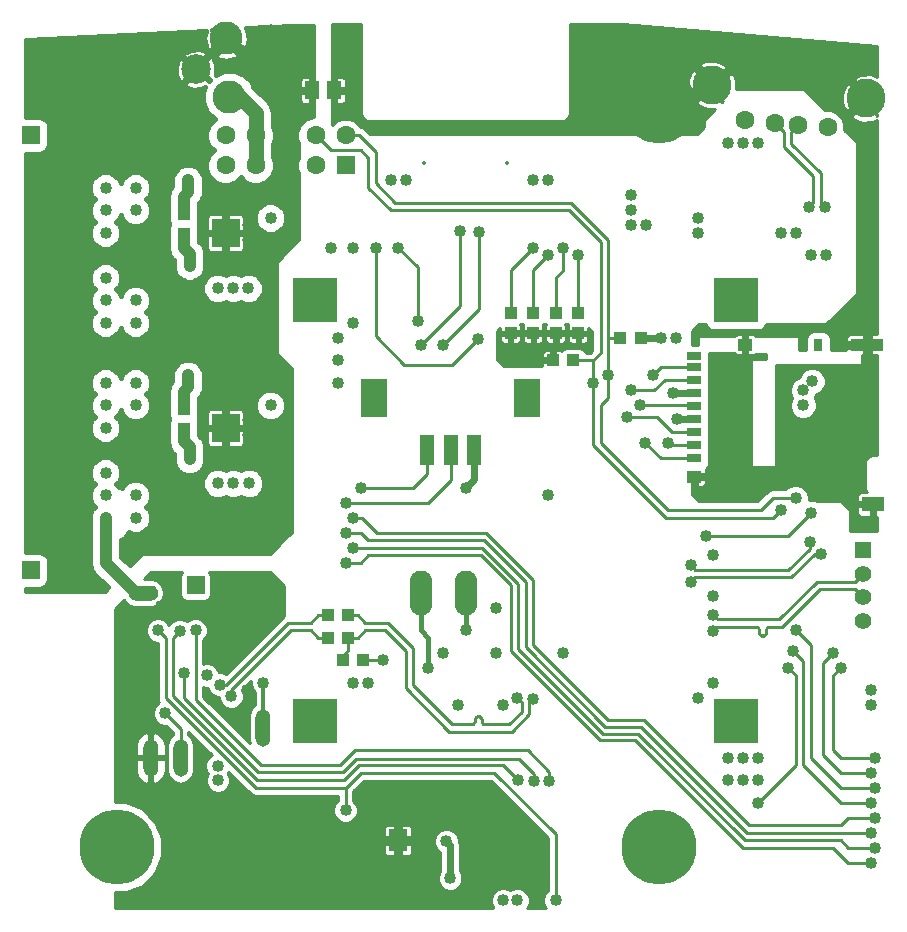
<source format=gbl>
G04 #@! TF.FileFunction,Copper,L4,Bot,Signal*
%FSLAX46Y46*%
G04 Gerber Fmt 4.6, Leading zero omitted, Abs format (unit mm)*
G04 Created by KiCad (PCBNEW (2015-04-03 BZR 5570)-product) date Mon Apr  6 03:58:37 2015*
%MOMM*%
G01*
G04 APERTURE LIST*
%ADD10C,0.150000*%
%ADD11C,2.800000*%
%ADD12C,2.500000*%
%ADD13C,1.600000*%
%ADD14C,3.300000*%
%ADD15R,1.200000X2.600000*%
%ADD16R,2.300000X3.300000*%
%ADD17R,1.400000X1.400000*%
%ADD18C,1.400000*%
%ADD19R,1.000000X1.100000*%
%ADD20R,1.300000X1.500000*%
%ADD21R,1.100000X1.000000*%
%ADD22R,1.600000X1.600000*%
%ADD23R,1.508000X1.508000*%
%ADD24R,1.600000X1.900000*%
%ADD25R,1.900000X1.300000*%
%ADD26R,2.800000X1.000000*%
%ADD27R,1.200000X0.700000*%
%ADD28R,1.200000X1.000000*%
%ADD29R,1.200000X0.650000*%
%ADD30R,0.800000X1.000000*%
%ADD31C,1.000000*%
%ADD32R,2.400000X2.400000*%
%ADD33O,1.905000X3.810000*%
%ADD34O,1.270000X3.175000*%
%ADD35R,3.810000X3.810000*%
%ADD36C,6.350000*%
%ADD37C,1.016000*%
%ADD38C,0.609600*%
%ADD39C,0.406400*%
%ADD40C,0.254000*%
%ADD41C,1.016000*%
%ADD42C,1.270000*%
%ADD43C,0.304800*%
%ADD44C,0.350000*%
G04 APERTURE END LIST*
D10*
D11*
X119450483Y-78124303D03*
X119712163Y-83117451D03*
D12*
X116885023Y-80762184D03*
D13*
X170349257Y-85670976D03*
X167858770Y-85453087D03*
X165866381Y-85278775D03*
X163375894Y-85060886D03*
D14*
X173644638Y-83228895D03*
X160554640Y-82083668D03*
D15*
X138430000Y-113030000D03*
X136430000Y-113030000D03*
D16*
X144930000Y-108580000D03*
X131930000Y-108580000D03*
D15*
X140430000Y-113030000D03*
D17*
X173355000Y-121460000D03*
D18*
X173355000Y-123460000D03*
X173355000Y-125460000D03*
X173355000Y-127460000D03*
D19*
X115824000Y-111213000D03*
X115824000Y-109513000D03*
X115824000Y-94703000D03*
X115824000Y-93003000D03*
D20*
X128585000Y-82550000D03*
X126685000Y-82550000D03*
D21*
X147105000Y-105410000D03*
X148805000Y-105410000D03*
X154520000Y-103505000D03*
X152820000Y-103505000D03*
D22*
X129540000Y-88900000D03*
D13*
X129540000Y-86360000D03*
X127000000Y-88900000D03*
X127000000Y-86360000D03*
X124460000Y-88900000D03*
X124460000Y-86360000D03*
X121920000Y-88900000D03*
X121920000Y-86360000D03*
X119380000Y-88900000D03*
X119380000Y-86360000D03*
D23*
X102870000Y-86360000D03*
X102870000Y-123190000D03*
D21*
X131025000Y-130810000D03*
X129325000Y-130810000D03*
X129755000Y-128905000D03*
X128055000Y-128905000D03*
X129755000Y-127000000D03*
X128055000Y-127000000D03*
D24*
X133985000Y-146050000D03*
D25*
X174180000Y-117590000D03*
D26*
X173730000Y-104090000D03*
D27*
X159080000Y-113690000D03*
X159080000Y-112590000D03*
X159080000Y-111490000D03*
X159080000Y-110390000D03*
X159080000Y-109290000D03*
X159080000Y-108190000D03*
X159080000Y-107090000D03*
X159080000Y-105990000D03*
D28*
X159080000Y-115240000D03*
D29*
X159080000Y-105040000D03*
D30*
X169580000Y-104090000D03*
D28*
X163380000Y-104090000D03*
D31*
X118745000Y-110490000D03*
X118745000Y-111760000D03*
X120015000Y-110490000D03*
X120015000Y-111760000D03*
D32*
X119380000Y-111125000D03*
D31*
X118745000Y-93980000D03*
X118745000Y-95250000D03*
X120015000Y-93980000D03*
X120015000Y-95250000D03*
D32*
X119380000Y-94615000D03*
D33*
X135890000Y-125095000D03*
X139700000Y-125095000D03*
D34*
X115570000Y-139065000D03*
X122555000Y-136525000D03*
D19*
X143510000Y-101385000D03*
X143510000Y-103085000D03*
X145415000Y-101385000D03*
X145415000Y-103085000D03*
X149225000Y-101385000D03*
X149225000Y-103085000D03*
X147320000Y-101385000D03*
X147320000Y-103085000D03*
D35*
X162580000Y-100310000D03*
X162580000Y-135910000D03*
X126980000Y-135910000D03*
X126980000Y-100310000D03*
D34*
X113030000Y-139065000D03*
D36*
X156108400Y-146634200D03*
D37*
X156108400Y-144348200D03*
X154128666Y-145491200D03*
X154128666Y-147777200D03*
X156108400Y-148920200D03*
X158088134Y-147777200D03*
X158088134Y-145491200D03*
D36*
X110210600Y-146634200D03*
D37*
X110210600Y-144348200D03*
X108230866Y-145491200D03*
X108230866Y-147777200D03*
X110210600Y-148920200D03*
X112190334Y-147777200D03*
X112190334Y-145491200D03*
D36*
X156108400Y-83896200D03*
D37*
X156108400Y-81610200D03*
X154128666Y-82753200D03*
X154128666Y-85039200D03*
X156108400Y-86182200D03*
X158088134Y-85039200D03*
X158088134Y-82753200D03*
D36*
X110210600Y-83896200D03*
D37*
X110210600Y-81610200D03*
X108230866Y-82753200D03*
X108230866Y-85039200D03*
X110210600Y-86182200D03*
X112190334Y-85039200D03*
X112190334Y-82753200D03*
D23*
X116840000Y-124460000D03*
D37*
X111125000Y-138430000D03*
X111125000Y-135890000D03*
X111125000Y-137160000D03*
X121180991Y-133309153D03*
X120904000Y-125984000D03*
X118122484Y-120625031D03*
X119380000Y-120650000D03*
X120650000Y-120650000D03*
X121920000Y-120650000D03*
X128905000Y-105410000D03*
X128905000Y-103505000D03*
X128905000Y-107315000D03*
X160655000Y-132715000D03*
X159385000Y-133985000D03*
X130175000Y-95885000D03*
X128270000Y-95885000D03*
X130175000Y-102235000D03*
X121285000Y-95250000D03*
X140970000Y-151130000D03*
X139700000Y-151130000D03*
X138430000Y-151130000D03*
X132672150Y-149225000D03*
X132715000Y-151130000D03*
X133350000Y-147955000D03*
X134620000Y-147955000D03*
X145796000Y-151130000D03*
X137795000Y-130175000D03*
X142240000Y-126365000D03*
X146685000Y-116840000D03*
X160655000Y-121920000D03*
X147955000Y-130175000D03*
X142240000Y-130175000D03*
X160655000Y-125323600D03*
X146685000Y-90170000D03*
X134620000Y-90170000D03*
X117475000Y-93980000D03*
X117475000Y-95250000D03*
X121285000Y-93980000D03*
X112395000Y-98425000D03*
X112395000Y-97155000D03*
X112395000Y-95885000D03*
X112395000Y-94615000D03*
X111125000Y-95250000D03*
X111125000Y-96520000D03*
X111125000Y-97790000D03*
X118110000Y-104140000D03*
X119380000Y-104140000D03*
X120650000Y-104140000D03*
X121920000Y-104140000D03*
X112395000Y-111125000D03*
X112395000Y-112395000D03*
X112395000Y-113665000D03*
X112395000Y-114935000D03*
X111125000Y-111760000D03*
X111125000Y-113030000D03*
X111125000Y-114300000D03*
X117475000Y-110490000D03*
X117475000Y-111760000D03*
X121285000Y-110490000D03*
X121285000Y-111760000D03*
X133350000Y-90170000D03*
X145415008Y-90170000D03*
X164465000Y-139065000D03*
X163195000Y-139065000D03*
X161925000Y-139065000D03*
X139065000Y-134620000D03*
X142875000Y-134620000D03*
X169037000Y-107188000D03*
X168275000Y-109220000D03*
X168275000Y-107950000D03*
X164465000Y-86995000D03*
X163195000Y-86995000D03*
X161925000Y-86995000D03*
X157226000Y-108204000D03*
X139700000Y-128270000D03*
X139700000Y-116205000D03*
X123190000Y-81280000D03*
X124460000Y-80010000D03*
X124460000Y-81280000D03*
X123190000Y-80010000D03*
X124460000Y-78740000D03*
X123190000Y-77470000D03*
X124460000Y-77470000D03*
X123190000Y-78740000D03*
X125730000Y-147955000D03*
X125095000Y-150495000D03*
X134620000Y-141605000D03*
X134620000Y-144145000D03*
X134620000Y-142875000D03*
X133350000Y-141605000D03*
X133350000Y-144145000D03*
X133350000Y-142875000D03*
X116205000Y-142875000D03*
X116205000Y-144145000D03*
X117475000Y-144145000D03*
X118745000Y-144145000D03*
X120015000Y-144145000D03*
X120044614Y-135860386D03*
X121285000Y-134620000D03*
X113030000Y-127000000D03*
X113919000Y-126238000D03*
X111125000Y-129540000D03*
X119380000Y-124333000D03*
X120777000Y-124333000D03*
X122174000Y-124333000D03*
X154940000Y-93980000D03*
X153670000Y-91440000D03*
X153670000Y-93980000D03*
X153670000Y-92710000D03*
X111125000Y-132080000D03*
X111125000Y-130810000D03*
X135636000Y-102108000D03*
X133985000Y-95885090D03*
X130175000Y-82550000D03*
X130175000Y-83820000D03*
X130175000Y-81280000D03*
X129540000Y-80010000D03*
X129540000Y-78740000D03*
X129540000Y-77470000D03*
X139192000Y-94488000D03*
X135889992Y-104140000D03*
X137795000Y-104140000D03*
X140859619Y-94504631D03*
X155575000Y-106680024D03*
X153670000Y-107950000D03*
X154501419Y-109220000D03*
X145415000Y-105410000D03*
X144145000Y-105410000D03*
X157480000Y-103505000D03*
X130175000Y-132715000D03*
X131445000Y-132715000D03*
X156210000Y-103505000D03*
X123190000Y-93345000D03*
X164465000Y-140970000D03*
X163195000Y-140970000D03*
X161925000Y-140970000D03*
X157607000Y-110363000D03*
X109220000Y-98425000D03*
X109220018Y-100330000D03*
X109220000Y-102235000D03*
X111760000Y-100330000D03*
X111760000Y-102235000D03*
X153373617Y-110210490D03*
X156845000Y-112395000D03*
X154910448Y-112365448D03*
X129540000Y-117475000D03*
X130810000Y-116205000D03*
X130175000Y-118745000D03*
X174371000Y-144145000D03*
X129540000Y-120015000D03*
X173990000Y-145415000D03*
X174371000Y-146685000D03*
X130175000Y-121285000D03*
X129540000Y-122555000D03*
X173990000Y-147955000D03*
X145410847Y-134039953D03*
X144091184Y-133984875D03*
X160655000Y-128320800D03*
X160655000Y-126949200D03*
X170144675Y-92402663D03*
X158750000Y-124129513D03*
X169801323Y-121769933D03*
X168773075Y-92402663D03*
X158750000Y-122757913D03*
X168831457Y-120800067D03*
X140716000Y-103632034D03*
X132080000Y-95885000D03*
X150495000Y-107315000D03*
X166370000Y-118110000D03*
X174371000Y-139065000D03*
X171450000Y-131445000D03*
X151765000Y-106680000D03*
X167640000Y-117068600D03*
X170815000Y-130175000D03*
X173990000Y-140335000D03*
X118745000Y-99314000D03*
X120015000Y-115824000D03*
X118745000Y-115824000D03*
X120015000Y-99314000D03*
X121344327Y-115824000D03*
X121286086Y-99314000D03*
X138400454Y-149254546D03*
X138070740Y-146122990D03*
X144094187Y-151130000D03*
X142875000Y-151130000D03*
X159385000Y-93345000D03*
X159385000Y-94615026D03*
X123190000Y-109220000D03*
X123190000Y-109220000D03*
X173990000Y-133350000D03*
X173990000Y-134620000D03*
X113030000Y-125095000D03*
X111760000Y-125095000D03*
X118715454Y-139729546D03*
X118745000Y-140970000D03*
X109220000Y-114934990D03*
X109220000Y-116840004D03*
X109220000Y-118745010D03*
X111760000Y-118745000D03*
X111760000Y-116840000D03*
X129540000Y-143510000D03*
X147320000Y-151130000D03*
X113665000Y-128270000D03*
X144145000Y-140970000D03*
X115519197Y-128312802D03*
X116840000Y-128270000D03*
X146786602Y-140973776D03*
X115900190Y-131846050D03*
X145465794Y-140976892D03*
X116205000Y-106679978D03*
X116205000Y-107696000D03*
X109220000Y-107315000D03*
X109220000Y-109220000D03*
X109220000Y-111125000D03*
X111760000Y-107315000D03*
X111760000Y-109220000D03*
X116205000Y-90170000D03*
X116205000Y-91186000D03*
X109220000Y-90805000D03*
X109220000Y-92710012D03*
X109220000Y-94615000D03*
X111760000Y-90805000D03*
X111760000Y-92710000D03*
X116332000Y-112776000D03*
X116332000Y-113792000D03*
X116332000Y-97409006D03*
X116332000Y-96393000D03*
X146685000Y-96520000D03*
X145415000Y-95884992D03*
X147955010Y-95885000D03*
X149225000Y-96520000D03*
X167640000Y-94615000D03*
X166370000Y-94615000D03*
X168910000Y-96520000D03*
X170180000Y-96520000D03*
X173990000Y-142875000D03*
X167427800Y-129993510D03*
X174371000Y-141605000D03*
X167640000Y-128270000D03*
X164465000Y-142875000D03*
X167005000Y-131445000D03*
X132715000Y-130810000D03*
X117779810Y-132080000D03*
X119864933Y-133834933D03*
X118895067Y-132865067D03*
X122555000Y-132715000D03*
X114270454Y-135284546D03*
X160020000Y-120243600D03*
X168910000Y-118338600D03*
X136525000Y-131445000D03*
D38*
X157240000Y-108190000D02*
X157226000Y-108204000D01*
X159080000Y-108190000D02*
X157240000Y-108190000D01*
D39*
X139700000Y-125095000D02*
X139700000Y-128270000D01*
D38*
X140430000Y-113030000D02*
X140430000Y-115475000D01*
X140430000Y-115475000D02*
X139700000Y-116205000D01*
X123190000Y-80010000D02*
X123190000Y-78740000D01*
X124460000Y-78740000D02*
X124460000Y-80010000D01*
X124460000Y-81280000D02*
X124460000Y-86360000D01*
X124460000Y-80010000D02*
X124460000Y-81280000D01*
X123190000Y-81280000D02*
X123190000Y-80010000D01*
X123190000Y-78740000D02*
X123190000Y-77470000D01*
X124460000Y-77470000D02*
X124460000Y-78740000D01*
X123190000Y-77470000D02*
X124460000Y-77470000D01*
D40*
X133985000Y-95885090D02*
X135636000Y-97536090D01*
X135636000Y-97536090D02*
X135636000Y-102108000D01*
D38*
X128585000Y-82550000D02*
X130175000Y-82550000D01*
X130175000Y-82550000D02*
X130175000Y-81280000D01*
X129540000Y-80010000D02*
X129540000Y-78740000D01*
D40*
X139192000Y-94488000D02*
X139192000Y-100837992D01*
X139192000Y-100837992D02*
X135889992Y-104140000D01*
X140859619Y-101075381D02*
X137795000Y-104140000D01*
X140859619Y-94504631D02*
X140859619Y-101075381D01*
X156265024Y-105990000D02*
X159080000Y-105990000D01*
X155575000Y-106680024D02*
X156265024Y-105990000D01*
X156555930Y-107090000D02*
X155695930Y-107950000D01*
X155695930Y-107950000D02*
X153670000Y-107950000D01*
X159080000Y-107090000D02*
X156555930Y-107090000D01*
X159010000Y-109220000D02*
X159080000Y-109290000D01*
X154501419Y-109220000D02*
X159010000Y-109220000D01*
D38*
X144145000Y-105410000D02*
X145415000Y-105410000D01*
X145415000Y-105410000D02*
X147105000Y-105410000D01*
X145415000Y-103085000D02*
X143510000Y-103085000D01*
X147320000Y-103085000D02*
X145415000Y-103085000D01*
X149225000Y-103085000D02*
X147320000Y-103085000D01*
X147320000Y-104140000D02*
X147265400Y-104140000D01*
X147265400Y-104140000D02*
X147105000Y-104300400D01*
X147105000Y-104300400D02*
X147105000Y-105410000D01*
X147320000Y-103085000D02*
X147320000Y-104140000D01*
X154520000Y-103505000D02*
X156210000Y-103505000D01*
X157634000Y-110390000D02*
X157607000Y-110363000D01*
X159080000Y-110390000D02*
X157634000Y-110390000D01*
D40*
X155936584Y-110210490D02*
X153373617Y-110210490D01*
X157216094Y-111490000D02*
X155936584Y-110210490D01*
X159080000Y-111490000D02*
X157216094Y-111490000D01*
X157040000Y-112590000D02*
X156845000Y-112395000D01*
X159080000Y-112590000D02*
X157040000Y-112590000D01*
X156235000Y-113690000D02*
X159080000Y-113690000D01*
X154910448Y-112365448D02*
X156235000Y-113690000D01*
X138430000Y-115570000D02*
X136525000Y-117475000D01*
X136525000Y-117475000D02*
X129540000Y-117475000D01*
X138430000Y-113030000D02*
X138430000Y-115570000D01*
X136430000Y-113030000D02*
X136430000Y-115030000D01*
X136430000Y-115030000D02*
X135255000Y-116205000D01*
X135255000Y-116205000D02*
X130810000Y-116205000D01*
X130893420Y-118745000D02*
X130175000Y-118745000D01*
X141435828Y-120015000D02*
X132163420Y-120015000D01*
X145415000Y-123994172D02*
X141435828Y-120015000D01*
X145415000Y-129540000D02*
X145415000Y-123994172D01*
X151765000Y-135890000D02*
X145415000Y-129540000D01*
X132163420Y-120015000D02*
X130893420Y-118745000D01*
X154770828Y-135890000D02*
X151765000Y-135890000D01*
X163660828Y-144780000D02*
X154770828Y-135890000D01*
X171450000Y-144780000D02*
X163660828Y-144780000D01*
X172085000Y-144145000D02*
X171450000Y-144780000D01*
X174371000Y-144145000D02*
X172085000Y-144145000D01*
X130810000Y-120015000D02*
X129540000Y-120015000D01*
X131445000Y-120650000D02*
X130810000Y-120015000D01*
X144780000Y-124149448D02*
X141280552Y-120650000D01*
X144780000Y-129695276D02*
X144780000Y-124149448D01*
X141280552Y-120650000D02*
X131445000Y-120650000D01*
X151533533Y-136448809D02*
X144780000Y-129695276D01*
X154539362Y-136448810D02*
X151533533Y-136448809D01*
X163505552Y-145415000D02*
X154539362Y-136448810D01*
X173990000Y-145415000D02*
X163505552Y-145415000D01*
X141125276Y-121285000D02*
X130175000Y-121285000D01*
X144145000Y-124304724D02*
X141125276Y-121285000D01*
X144145000Y-129850552D02*
X144145000Y-124304724D01*
X151302066Y-137007618D02*
X144145000Y-129850552D01*
X154307895Y-137007619D02*
X151302066Y-137007618D01*
X163350276Y-146050000D02*
X154307895Y-137007619D01*
X171450000Y-146050000D02*
X163350276Y-146050000D01*
X172085000Y-146685000D02*
X171450000Y-146050000D01*
X174371000Y-146685000D02*
X172085000Y-146685000D01*
X163195000Y-146685000D02*
X170815000Y-146685000D01*
X170815000Y-146685000D02*
X172085000Y-147955000D01*
X151070601Y-137566427D02*
X154076428Y-137566428D01*
X143510000Y-124460000D02*
X143510000Y-130005826D01*
X140970000Y-121920000D02*
X143510000Y-124460000D01*
X131445000Y-121920000D02*
X140970000Y-121920000D01*
X172085000Y-147955000D02*
X173990000Y-147955000D01*
X130810000Y-122555000D02*
X131445000Y-121920000D01*
X154076428Y-137566428D02*
X163195000Y-146685000D01*
X143510000Y-130005826D02*
X151070601Y-137566427D01*
X129540000Y-122555000D02*
X130810000Y-122555000D01*
X145083354Y-135382698D02*
X143636252Y-136829800D01*
X145410847Y-134039953D02*
X145083354Y-134367446D01*
X145083354Y-134367446D02*
X145083354Y-135382698D01*
X143636252Y-136829800D02*
X138303748Y-136829800D01*
X138303748Y-136829800D02*
X134620000Y-133146052D01*
X134620000Y-133146052D02*
X134620000Y-129971052D01*
X130580000Y-128905000D02*
X129755000Y-128905000D01*
X131227700Y-128257300D02*
X130580000Y-128905000D01*
X132906248Y-128257300D02*
X131227700Y-128257300D01*
X134620000Y-129971052D02*
X132906248Y-128257300D01*
X129325000Y-130390000D02*
X129325000Y-130810000D01*
X129755000Y-129960000D02*
X129325000Y-130390000D01*
X129755000Y-128905000D02*
X129755000Y-129960000D01*
X131227700Y-127647700D02*
X130580000Y-127000000D01*
X135255000Y-129743948D02*
X133158752Y-127647700D01*
X140170106Y-136220200D02*
X138556252Y-136220200D01*
X140236862Y-136212678D02*
X140170106Y-136220200D01*
X135255000Y-132918948D02*
X135255000Y-129743948D01*
X140440396Y-136050365D02*
X140404655Y-136107246D01*
X140470106Y-135920200D02*
X140462584Y-135986956D01*
X140477627Y-135765696D02*
X140470106Y-135832453D01*
X140900271Y-135562162D02*
X140836862Y-135539974D01*
X140957152Y-135597903D02*
X140900271Y-135562162D01*
X140836862Y-135539974D02*
X140770106Y-135532453D01*
X140703349Y-135539974D02*
X140639940Y-135562162D01*
X141062584Y-135765696D02*
X141040396Y-135702287D01*
X130580000Y-127000000D02*
X129755000Y-127000000D01*
X141070106Y-135832453D02*
X141062584Y-135765696D01*
X141070106Y-135920200D02*
X141070106Y-135832453D01*
X140357152Y-136154749D02*
X140300271Y-136190490D01*
X140770106Y-135532453D02*
X140703349Y-135539974D01*
X141040396Y-135702287D02*
X141004655Y-135645406D01*
X133158752Y-127647700D02*
X131227700Y-127647700D01*
X141077627Y-135986956D02*
X141070106Y-135920200D01*
X140535556Y-135645406D02*
X140499815Y-135702287D01*
X141099815Y-136050365D02*
X141077627Y-135986956D01*
X141004655Y-135645406D02*
X140957152Y-135597903D01*
X141135556Y-136107246D02*
X141099815Y-136050365D01*
X140639940Y-135562162D02*
X140583059Y-135597903D01*
X140404655Y-136107246D02*
X140357152Y-136154749D01*
X141183059Y-136154749D02*
X141135556Y-136107246D01*
X141239940Y-136190490D02*
X141183059Y-136154749D01*
X140499815Y-135702287D02*
X140477627Y-135765696D01*
X141303349Y-136212678D02*
X141239940Y-136190490D01*
X143383748Y-136220200D02*
X141370106Y-136220200D01*
X140462584Y-135986956D02*
X140440396Y-136050365D01*
X140583059Y-135597903D02*
X140535556Y-135645406D01*
X140470106Y-135832453D02*
X140470106Y-135920200D01*
X144473755Y-135130193D02*
X143383748Y-136220200D01*
X138556252Y-136220200D02*
X135255000Y-132918948D01*
X140300271Y-136190490D02*
X140236862Y-136212678D01*
X141370106Y-136220200D02*
X141303349Y-136212678D01*
X144473755Y-134367446D02*
X144473755Y-135130193D01*
X144091184Y-133984875D02*
X144473755Y-134367446D01*
X160655000Y-128320800D02*
X161036001Y-127939799D01*
X161036001Y-127939799D02*
X164244541Y-127939799D01*
X164244541Y-127939799D02*
X164311297Y-127947320D01*
X164431587Y-128005249D02*
X164479090Y-128052752D01*
X164537019Y-128173042D02*
X164544541Y-128239799D01*
X165079090Y-128591362D02*
X165114831Y-128534481D01*
X164311297Y-127947320D02*
X164374706Y-127969508D01*
X164479090Y-128052752D02*
X164514831Y-128109633D01*
X164374706Y-127969508D02*
X164431587Y-128005249D01*
X164514831Y-128109633D02*
X164537019Y-128173042D01*
X165152062Y-128173042D02*
X165174250Y-128109633D01*
X165174250Y-128109633D02*
X165209991Y-128052752D01*
X164552062Y-128471072D02*
X164574250Y-128534481D01*
X164609991Y-128591362D02*
X164657494Y-128638865D01*
X164544541Y-128239799D02*
X164544541Y-128404316D01*
X165257494Y-128005249D02*
X165314375Y-127969508D01*
X165144541Y-128404316D02*
X165144541Y-128239799D01*
X164657494Y-128638865D02*
X164714375Y-128674606D01*
X164544541Y-128404316D02*
X164552062Y-128471072D01*
X164574250Y-128534481D02*
X164609991Y-128591362D01*
X164974706Y-128674606D02*
X165031587Y-128638865D01*
X165314375Y-127969508D02*
X165377784Y-127947320D01*
X164714375Y-128674606D02*
X164777784Y-128696794D01*
X164777784Y-128696794D02*
X164844541Y-128704316D01*
X164911297Y-128696794D02*
X164974706Y-128674606D01*
X164844541Y-128704316D02*
X164911297Y-128696794D01*
X165031587Y-128638865D02*
X165079090Y-128591362D01*
X165114831Y-128534481D02*
X165137019Y-128471072D01*
X165137019Y-128471072D02*
X165144541Y-128404316D01*
X165209991Y-128052752D02*
X165257494Y-128005249D01*
X165144541Y-128239799D02*
X165152062Y-128173042D01*
X165377784Y-127947320D02*
X165444541Y-127939799D01*
X165444541Y-127939799D02*
X166496253Y-127939799D01*
X166496253Y-127939799D02*
X169671253Y-124764799D01*
X169671253Y-124764799D02*
X172659799Y-124764799D01*
X172659799Y-124764799D02*
X173355000Y-125460000D01*
X160655000Y-126949200D02*
X161036001Y-127330201D01*
X161036001Y-127330201D02*
X166243747Y-127330201D01*
X172659799Y-124155201D02*
X173355000Y-123460000D01*
X166243747Y-127330201D02*
X169418747Y-124155201D01*
X169418747Y-124155201D02*
X172659799Y-124155201D01*
X167254530Y-86057326D02*
X167254530Y-87042078D01*
X167858769Y-85453087D02*
X167254530Y-86057326D01*
X167254530Y-87042078D02*
X169763674Y-89551222D01*
X169763674Y-89551222D02*
X169763674Y-92021662D01*
X169763674Y-92021662D02*
X170144675Y-92402663D01*
X159131001Y-123748512D02*
X158750000Y-124129513D01*
X167283930Y-123748512D02*
X159131001Y-123748512D01*
X169801323Y-121769933D02*
X169262509Y-121769933D01*
X169262509Y-121769933D02*
X167283930Y-123748512D01*
X165866381Y-85278775D02*
X166644932Y-86057326D01*
X166644932Y-87294584D02*
X169154076Y-89803728D01*
X166644932Y-86057326D02*
X166644932Y-87294584D01*
X169154076Y-89803728D02*
X169154076Y-92021662D01*
X169154076Y-92021662D02*
X168773075Y-92402663D01*
X159131001Y-123138914D02*
X158750000Y-122757913D01*
X168831457Y-121338881D02*
X167031424Y-123138914D01*
X167031424Y-123138914D02*
X159131001Y-123138914D01*
X168831457Y-120800067D02*
X168831457Y-121338881D01*
X132080000Y-95885000D02*
X132080000Y-103378000D01*
X132080000Y-103378000D02*
X134493000Y-105791000D01*
X134493000Y-105791000D02*
X138557034Y-105791000D01*
X138557034Y-105791000D02*
X140716000Y-103632034D01*
X151130000Y-95405276D02*
X151130000Y-104775000D01*
X131445000Y-88265000D02*
X131445000Y-90805000D01*
X130810000Y-87630000D02*
X131445000Y-88265000D01*
X131445000Y-90805000D02*
X133350000Y-92710000D01*
X128270000Y-87630000D02*
X130810000Y-87630000D01*
X148434724Y-92710000D02*
X151130000Y-95405276D01*
X133350000Y-92710000D02*
X148434724Y-92710000D01*
X127000000Y-86360000D02*
X128270000Y-87630000D01*
X151130000Y-104775000D02*
X150495000Y-105410000D01*
X150495000Y-112550276D02*
X150495000Y-107315000D01*
X156677023Y-118732299D02*
X150495000Y-112550276D01*
X165747701Y-118732299D02*
X156677023Y-118732299D01*
X166370000Y-118110000D02*
X165747701Y-118732299D01*
X150495000Y-107315000D02*
X150495000Y-105410000D01*
X150495000Y-105410000D02*
X148805000Y-105410000D01*
X171450000Y-131445000D02*
X170815000Y-132080000D01*
X170815000Y-132080000D02*
X170815000Y-138430000D01*
X170815000Y-138430000D02*
X171450000Y-139065000D01*
X171450000Y-139065000D02*
X174371000Y-139065000D01*
X148590000Y-92075000D02*
X133731000Y-92075000D01*
X130671370Y-86360000D02*
X129540000Y-86360000D01*
X132080000Y-87768630D02*
X130671370Y-86360000D01*
X133731000Y-92075000D02*
X132080000Y-90424000D01*
X151765000Y-103550195D02*
X151765000Y-95250000D01*
X151765000Y-95250000D02*
X148590000Y-92075000D01*
X132080000Y-90424000D02*
X132080000Y-87768630D01*
X151765000Y-106680000D02*
X151765000Y-108585000D01*
X151765000Y-108585000D02*
X151130000Y-109220000D01*
X151130000Y-109220000D02*
X151130000Y-112395000D01*
X151130000Y-112395000D02*
X156845000Y-118110000D01*
X156845000Y-118110000D02*
X164693600Y-118110000D01*
X164693600Y-118110000D02*
X165735000Y-117068600D01*
X165735000Y-117068600D02*
X167640000Y-117068600D01*
X151765000Y-106680000D02*
X151765000Y-103550195D01*
X151765000Y-103550195D02*
X151810195Y-103505000D01*
X151810195Y-103505000D02*
X152820000Y-103505000D01*
X170815000Y-130175000D02*
X169938699Y-131051301D01*
X169938699Y-138823699D02*
X171450000Y-140335000D01*
X169938699Y-131051301D02*
X169938699Y-138823699D01*
X171450000Y-140335000D02*
X173990000Y-140335000D01*
D38*
X138400454Y-149254546D02*
X138400454Y-146452704D01*
X138400454Y-146452704D02*
X138070740Y-146122990D01*
D41*
X113030000Y-125095000D02*
X111760000Y-125095000D01*
X111760000Y-125095000D02*
X109220000Y-122555000D01*
X109220000Y-122555000D02*
X109220000Y-118745010D01*
D40*
X129540000Y-141605000D02*
X129540000Y-143510000D01*
X147320000Y-145535906D02*
X147320000Y-151130000D01*
X130810000Y-140335000D02*
X142119094Y-140335000D01*
X129540000Y-141605000D02*
X130810000Y-140335000D01*
X142119094Y-140335000D02*
X147320000Y-145535906D01*
X113665000Y-128270000D02*
X114300000Y-128905000D01*
X114300000Y-128905000D02*
X114300000Y-133985000D01*
X114300000Y-133985000D02*
X121920000Y-141605000D01*
X121920000Y-141605000D02*
X129540000Y-141605000D01*
X114960389Y-133855113D02*
X122075276Y-140970000D01*
X122075276Y-140970000D02*
X129384724Y-140970000D01*
X115519197Y-128312802D02*
X114960389Y-128871610D01*
X114960389Y-128871610D02*
X114960389Y-133855113D01*
X129384724Y-140970000D02*
X130654724Y-139700000D01*
X130654724Y-139700000D02*
X142875000Y-139700000D01*
X142875000Y-139700000D02*
X144145000Y-140970000D01*
X144961246Y-138430000D02*
X130344172Y-138430000D01*
X146786602Y-140973776D02*
X146786602Y-140255356D01*
X146786602Y-140255356D02*
X144961246Y-138430000D01*
X130344172Y-138430000D02*
X129074172Y-139700000D01*
X129074172Y-139700000D02*
X122385828Y-139700000D01*
X122385828Y-139700000D02*
X116840000Y-134154172D01*
X116840000Y-134154172D02*
X116840000Y-128270000D01*
X145465794Y-140385794D02*
X144221190Y-139141190D01*
X115900190Y-134004638D02*
X115900190Y-131846050D01*
X144221190Y-139141190D02*
X130423258Y-139141190D01*
X130423258Y-139141190D02*
X129305638Y-140258810D01*
X145465794Y-140976892D02*
X145465794Y-140385794D01*
X129305638Y-140258810D02*
X122154361Y-140258809D01*
X122154361Y-140258809D02*
X115900190Y-134004638D01*
D42*
X119712163Y-83117451D02*
X120582451Y-83117451D01*
X121920000Y-84455000D02*
X121920000Y-86360000D01*
X120582451Y-83117451D02*
X121920000Y-84455000D01*
X121920000Y-86360000D02*
X121920000Y-88900000D01*
D41*
X116205000Y-106679978D02*
X116205000Y-107696000D01*
X115824000Y-108077000D02*
X116205000Y-107696000D01*
X115824000Y-109513000D02*
X115824000Y-108077000D01*
X115824000Y-91567000D02*
X116205000Y-91186000D01*
X115824000Y-93003000D02*
X115824000Y-91567000D01*
X116205000Y-91186000D02*
X116205000Y-90170000D01*
D38*
X116227400Y-112776000D02*
X116332000Y-112776000D01*
D41*
X116332000Y-113792000D02*
X116332000Y-112776000D01*
X115824000Y-112268000D02*
X116332000Y-112776000D01*
X115824000Y-111213000D02*
X115824000Y-112268000D01*
X115824000Y-95885000D02*
X116332000Y-96393000D01*
X115824000Y-94703000D02*
X115824000Y-95885000D01*
X116332000Y-96393000D02*
X116332000Y-97409006D01*
D40*
X145415000Y-97790000D02*
X146685000Y-96520000D01*
X145415000Y-101385000D02*
X145415000Y-97790000D01*
X143510000Y-97789992D02*
X145415000Y-95884992D01*
X143510000Y-101385000D02*
X143510000Y-97789992D01*
X147320000Y-101385000D02*
X147320000Y-98425000D01*
X147320000Y-98425000D02*
X147955010Y-97789990D01*
X147955010Y-97789990D02*
X147955010Y-95885000D01*
X149225000Y-101385000D02*
X149225000Y-96520000D01*
X167427800Y-129993510D02*
X168275000Y-130840710D01*
X168275000Y-130840710D02*
X168275000Y-139700000D01*
X168275000Y-139700000D02*
X171450000Y-142875000D01*
X171450000Y-142875000D02*
X173990000Y-142875000D01*
X167640000Y-128270000D02*
X168910000Y-129540000D01*
X171450000Y-141605000D02*
X174371000Y-141605000D01*
X168910000Y-129540000D02*
X168910000Y-139065000D01*
X168910000Y-139065000D02*
X171450000Y-141605000D01*
X164465000Y-142875000D02*
X167640000Y-139700000D01*
X167640000Y-139700000D02*
X167640000Y-132080000D01*
X167640000Y-132080000D02*
X167005000Y-131445000D01*
X131025000Y-130810000D02*
X132715000Y-130810000D01*
X119864933Y-133296119D02*
X119864933Y-133834933D01*
X124903752Y-128257300D02*
X119864933Y-133296119D01*
X127230000Y-128905000D02*
X126582300Y-128257300D01*
X128055000Y-128905000D02*
X127230000Y-128905000D01*
X126582300Y-128257300D02*
X124903752Y-128257300D01*
X126582300Y-127647700D02*
X124651248Y-127647700D01*
X127230000Y-127000000D02*
X126582300Y-127647700D01*
X128055000Y-127000000D02*
X127230000Y-127000000D01*
X119433881Y-132865067D02*
X118895067Y-132865067D01*
X124651248Y-127647700D02*
X119433881Y-132865067D01*
D43*
X122555000Y-132715000D02*
X122555000Y-136525000D01*
D40*
X115570000Y-136584092D02*
X115570000Y-139065000D01*
X114270454Y-135284546D02*
X115570000Y-136584092D01*
X160020000Y-120243600D02*
X167005000Y-120243600D01*
X167005000Y-120243600D02*
X168910000Y-118338600D01*
D39*
X136525000Y-128905000D02*
X135890000Y-128270000D01*
X135890000Y-128270000D02*
X135890000Y-125095000D01*
X136525000Y-131445000D02*
X136525000Y-128905000D01*
G36*
X119523684Y-94615000D02*
X119481812Y-94656872D01*
X119497745Y-94716600D01*
X119481600Y-94716600D01*
X119481600Y-94732745D01*
X119421872Y-94716812D01*
X119380000Y-94758684D01*
X119338128Y-94716812D01*
X119278400Y-94732745D01*
X119278400Y-94716600D01*
X119262254Y-94716600D01*
X119278188Y-94656872D01*
X119236316Y-94615000D01*
X119278188Y-94573128D01*
X119262254Y-94513400D01*
X119278400Y-94513400D01*
X119278400Y-94497254D01*
X119338128Y-94513188D01*
X119380000Y-94471316D01*
X119421872Y-94513188D01*
X119481600Y-94497254D01*
X119481600Y-94513400D01*
X119497745Y-94513400D01*
X119481812Y-94573128D01*
X119523684Y-94615000D01*
X119523684Y-94615000D01*
G37*
X119523684Y-94615000D02*
X119481812Y-94656872D01*
X119497745Y-94716600D01*
X119481600Y-94716600D01*
X119481600Y-94732745D01*
X119421872Y-94716812D01*
X119380000Y-94758684D01*
X119338128Y-94716812D01*
X119278400Y-94732745D01*
X119278400Y-94716600D01*
X119262254Y-94716600D01*
X119278188Y-94656872D01*
X119236316Y-94615000D01*
X119278188Y-94573128D01*
X119262254Y-94513400D01*
X119278400Y-94513400D01*
X119278400Y-94497254D01*
X119338128Y-94513188D01*
X119380000Y-94471316D01*
X119421872Y-94513188D01*
X119481600Y-94497254D01*
X119481600Y-94513400D01*
X119497745Y-94513400D01*
X119481812Y-94573128D01*
X119523684Y-94615000D01*
G36*
X119523684Y-111125000D02*
X119481812Y-111166872D01*
X119497745Y-111226600D01*
X119481600Y-111226600D01*
X119481600Y-111242745D01*
X119421872Y-111226812D01*
X119380000Y-111268684D01*
X119338128Y-111226812D01*
X119278400Y-111242745D01*
X119278400Y-111226600D01*
X119262254Y-111226600D01*
X119278188Y-111166872D01*
X119236316Y-111125000D01*
X119278188Y-111083128D01*
X119262254Y-111023400D01*
X119278400Y-111023400D01*
X119278400Y-111007254D01*
X119338128Y-111023188D01*
X119380000Y-110981316D01*
X119421872Y-111023188D01*
X119481600Y-111007254D01*
X119481600Y-111023400D01*
X119497745Y-111023400D01*
X119481812Y-111083128D01*
X119523684Y-111125000D01*
X119523684Y-111125000D01*
G37*
X119523684Y-111125000D02*
X119481812Y-111166872D01*
X119497745Y-111226600D01*
X119481600Y-111226600D01*
X119481600Y-111242745D01*
X119421872Y-111226812D01*
X119380000Y-111268684D01*
X119338128Y-111226812D01*
X119278400Y-111242745D01*
X119278400Y-111226600D01*
X119262254Y-111226600D01*
X119278188Y-111166872D01*
X119236316Y-111125000D01*
X119278188Y-111083128D01*
X119262254Y-111023400D01*
X119278400Y-111023400D01*
X119278400Y-111007254D01*
X119338128Y-111023188D01*
X119380000Y-110981316D01*
X119421872Y-111023188D01*
X119481600Y-111007254D01*
X119481600Y-111023400D01*
X119497745Y-111023400D01*
X119481812Y-111083128D01*
X119523684Y-111125000D01*
G36*
X126796800Y-84747021D02*
X126680602Y-84746920D01*
X126583400Y-84787083D01*
X126583400Y-83642900D01*
X126583400Y-82651600D01*
X126583400Y-82448400D01*
X126583400Y-81457100D01*
X126469100Y-81342800D01*
X125944057Y-81342800D01*
X125776017Y-81412405D01*
X125647404Y-81541017D01*
X125577800Y-81709058D01*
X125577800Y-81890943D01*
X125577800Y-82334100D01*
X125692100Y-82448400D01*
X126583400Y-82448400D01*
X126583400Y-82651600D01*
X125692100Y-82651600D01*
X125577800Y-82765900D01*
X125577800Y-83209057D01*
X125577800Y-83390942D01*
X125647404Y-83558983D01*
X125776017Y-83687595D01*
X125944057Y-83757200D01*
X126469100Y-83757200D01*
X126583400Y-83642900D01*
X126583400Y-84787083D01*
X126087615Y-84991937D01*
X125633532Y-85445229D01*
X125387480Y-86037787D01*
X125386920Y-86679398D01*
X125526800Y-87017933D01*
X125526800Y-88242267D01*
X125387480Y-88577787D01*
X125386920Y-89219398D01*
X125526800Y-89557933D01*
X125526800Y-95165832D01*
X124511029Y-96181603D01*
X124511029Y-93083429D01*
X124310373Y-92597804D01*
X123939150Y-92225933D01*
X123533080Y-92057318D01*
X123533080Y-88580602D01*
X123367800Y-88180593D01*
X123367800Y-87078902D01*
X123532520Y-86682213D01*
X123533080Y-86040602D01*
X123367800Y-85640593D01*
X123367800Y-84455000D01*
X123257593Y-83900951D01*
X122943749Y-83431251D01*
X121737778Y-82225280D01*
X121589177Y-81865638D01*
X120967250Y-81242625D01*
X120549253Y-81069057D01*
X120549253Y-79523789D01*
X119473043Y-78554765D01*
X118504018Y-79630975D01*
X118688238Y-79857695D01*
X119409600Y-80017447D01*
X120137187Y-79888986D01*
X120389741Y-79768523D01*
X120549253Y-79523789D01*
X120549253Y-81069057D01*
X120154247Y-80905036D01*
X119273941Y-80904268D01*
X118535438Y-81209411D01*
X118612119Y-80978952D01*
X118563606Y-80301520D01*
X118299392Y-79747586D01*
X118046639Y-79623918D01*
X117895632Y-79791628D01*
X117895632Y-79487951D01*
X117746222Y-79249509D01*
X117101791Y-79035088D01*
X116424359Y-79083601D01*
X115870425Y-79347815D01*
X115746757Y-79600568D01*
X116877503Y-80618697D01*
X117895632Y-79487951D01*
X117895632Y-79791628D01*
X117028510Y-80754664D01*
X118037176Y-81662872D01*
X117983239Y-81716713D01*
X117042851Y-80776325D01*
X116903573Y-80915602D01*
X116892543Y-80905671D01*
X116741536Y-81073381D01*
X116741536Y-80769704D01*
X115610790Y-79751575D01*
X115372348Y-79900985D01*
X115157927Y-80545416D01*
X115206440Y-81222848D01*
X115470654Y-81776782D01*
X115723407Y-81900450D01*
X116741536Y-80769704D01*
X116741536Y-81073381D01*
X115874414Y-82036417D01*
X116023824Y-82274859D01*
X116668255Y-82489280D01*
X117345687Y-82440767D01*
X117659270Y-82291194D01*
X117499748Y-82675367D01*
X117498980Y-83555673D01*
X117835149Y-84369264D01*
X118457076Y-84992277D01*
X118464278Y-84995267D01*
X118013532Y-85445229D01*
X117767480Y-86037787D01*
X117766920Y-86679398D01*
X118011937Y-87272385D01*
X118369154Y-87630225D01*
X118013532Y-87985229D01*
X117767480Y-88577787D01*
X117766920Y-89219398D01*
X118011937Y-89812385D01*
X118465229Y-90266468D01*
X119057787Y-90512520D01*
X119699398Y-90513080D01*
X120292385Y-90268063D01*
X120650225Y-89910845D01*
X121005229Y-90266468D01*
X121597787Y-90512520D01*
X122239398Y-90513080D01*
X122832385Y-90268063D01*
X123286468Y-89814771D01*
X123532520Y-89222213D01*
X123533080Y-88580602D01*
X123533080Y-92057318D01*
X123453876Y-92024430D01*
X122928429Y-92023971D01*
X122442804Y-92224627D01*
X122070933Y-92595850D01*
X121869430Y-93081124D01*
X121868971Y-93606571D01*
X122069627Y-94092196D01*
X122440850Y-94464067D01*
X122926124Y-94665570D01*
X123451571Y-94666029D01*
X123937196Y-94465373D01*
X124309067Y-94094150D01*
X124510570Y-93608876D01*
X124511029Y-93083429D01*
X124511029Y-96181603D01*
X123621800Y-97070832D01*
X123621800Y-104859168D01*
X124891800Y-106129168D01*
X124891800Y-119930832D01*
X124511029Y-120311603D01*
X124511029Y-108958429D01*
X124310373Y-108472804D01*
X123939150Y-108100933D01*
X123453876Y-107899430D01*
X122928429Y-107898971D01*
X122607115Y-108031735D01*
X122607115Y-99052429D01*
X122406459Y-98566804D01*
X122035236Y-98194933D01*
X121549962Y-97993430D01*
X121037200Y-97992982D01*
X121037200Y-95905942D01*
X121037200Y-95724057D01*
X121037200Y-94830900D01*
X120922900Y-94716600D01*
X120532254Y-94716600D01*
X120548188Y-94656872D01*
X120506316Y-94615000D01*
X120548188Y-94573128D01*
X120532254Y-94513400D01*
X120922900Y-94513400D01*
X121037200Y-94399100D01*
X121037200Y-93505943D01*
X121037200Y-93324058D01*
X120967596Y-93156017D01*
X120838983Y-93027405D01*
X120670943Y-92957800D01*
X119595900Y-92957800D01*
X119481600Y-93072100D01*
X119481600Y-93462745D01*
X119421872Y-93446812D01*
X119380000Y-93488684D01*
X119338128Y-93446812D01*
X119278400Y-93462745D01*
X119278400Y-93072100D01*
X119164100Y-92957800D01*
X118089057Y-92957800D01*
X117921017Y-93027405D01*
X117792404Y-93156017D01*
X117722800Y-93324058D01*
X117722800Y-93505943D01*
X117722800Y-94399100D01*
X117837100Y-94513400D01*
X118227745Y-94513400D01*
X118211812Y-94573128D01*
X118253684Y-94615000D01*
X118211812Y-94656872D01*
X118227745Y-94716600D01*
X117837100Y-94716600D01*
X117722800Y-94830900D01*
X117722800Y-95724057D01*
X117722800Y-95905942D01*
X117792404Y-96073983D01*
X117921017Y-96202595D01*
X118089057Y-96272200D01*
X119164100Y-96272200D01*
X119278400Y-96157900D01*
X119278400Y-95767254D01*
X119338128Y-95783188D01*
X119380000Y-95741316D01*
X119421872Y-95783188D01*
X119481600Y-95767254D01*
X119481600Y-96157900D01*
X119595900Y-96272200D01*
X120670943Y-96272200D01*
X120838983Y-96202595D01*
X120967596Y-96073983D01*
X121037200Y-95905942D01*
X121037200Y-97992982D01*
X121024515Y-97992971D01*
X120650221Y-98147625D01*
X120278876Y-97993430D01*
X119753429Y-97992971D01*
X119379679Y-98147400D01*
X119008876Y-97993430D01*
X118483429Y-97992971D01*
X117997804Y-98193627D01*
X117653029Y-98537801D01*
X117653029Y-97147435D01*
X117652800Y-97146880D01*
X117652800Y-96393580D01*
X117652800Y-96393000D01*
X117653029Y-96131429D01*
X117452373Y-95645804D01*
X117265947Y-95459053D01*
X117144800Y-95337694D01*
X117144800Y-95292512D01*
X117152724Y-95253000D01*
X117152724Y-94153000D01*
X117093554Y-93848043D01*
X117152724Y-93553000D01*
X117152724Y-92453000D01*
X117144800Y-92412160D01*
X117144800Y-92114104D01*
X117324067Y-91935150D01*
X117425260Y-91691449D01*
X117425260Y-91691448D01*
X117525570Y-91449876D01*
X117525800Y-91186000D01*
X117526029Y-90924429D01*
X117525800Y-90923874D01*
X117525800Y-90170580D01*
X117525800Y-90170000D01*
X117526029Y-89908429D01*
X117325373Y-89422804D01*
X117138947Y-89236053D01*
X116954150Y-89050933D01*
X116468876Y-88849430D01*
X115943429Y-88848971D01*
X115457804Y-89049627D01*
X115085933Y-89420850D01*
X114884430Y-89906124D01*
X114883971Y-90431571D01*
X114884200Y-90432125D01*
X114884200Y-90641812D01*
X114603740Y-91061552D01*
X114503199Y-91567000D01*
X114503200Y-91567005D01*
X114503200Y-92413487D01*
X114495276Y-92453000D01*
X114495276Y-93553000D01*
X114554445Y-93857956D01*
X114495276Y-94153000D01*
X114495276Y-95253000D01*
X114503200Y-95293839D01*
X114503200Y-95884994D01*
X114503199Y-95885000D01*
X114603740Y-96390448D01*
X114890053Y-96818947D01*
X115011200Y-96940093D01*
X115011200Y-97408425D01*
X115010971Y-97670577D01*
X115211627Y-98156202D01*
X115398053Y-98342953D01*
X115582850Y-98528073D01*
X115826552Y-98629266D01*
X116068124Y-98729576D01*
X116332000Y-98729806D01*
X116593571Y-98730035D01*
X116837448Y-98629266D01*
X117079196Y-98529379D01*
X117265947Y-98342953D01*
X117451067Y-98158156D01*
X117552260Y-97914454D01*
X117652570Y-97672882D01*
X117652800Y-97409006D01*
X117653029Y-97147435D01*
X117653029Y-98537801D01*
X117625933Y-98564850D01*
X117424430Y-99050124D01*
X117423971Y-99575571D01*
X117624627Y-100061196D01*
X117995850Y-100433067D01*
X118481124Y-100634570D01*
X119006571Y-100635029D01*
X119380320Y-100480599D01*
X119751124Y-100634570D01*
X120276571Y-100635029D01*
X120650864Y-100480374D01*
X121022210Y-100634570D01*
X121547657Y-100635029D01*
X122033282Y-100434373D01*
X122405153Y-100063150D01*
X122606656Y-99577876D01*
X122607115Y-99052429D01*
X122607115Y-108031735D01*
X122442804Y-108099627D01*
X122070933Y-108470850D01*
X121869430Y-108956124D01*
X121868971Y-109481571D01*
X122069627Y-109967196D01*
X122440850Y-110339067D01*
X122926124Y-110540570D01*
X123451571Y-110541029D01*
X123937196Y-110340373D01*
X124309067Y-109969150D01*
X124510570Y-109483876D01*
X124511029Y-108958429D01*
X124511029Y-120311603D01*
X123105832Y-121716800D01*
X122665356Y-121716800D01*
X122665356Y-115562429D01*
X122464700Y-115076804D01*
X122093477Y-114704933D01*
X121608203Y-114503430D01*
X121082756Y-114502971D01*
X121037200Y-114521794D01*
X121037200Y-112415942D01*
X121037200Y-112234057D01*
X121037200Y-111340900D01*
X120922900Y-111226600D01*
X120532254Y-111226600D01*
X120548188Y-111166872D01*
X120506316Y-111125000D01*
X120548188Y-111083128D01*
X120532254Y-111023400D01*
X120922900Y-111023400D01*
X121037200Y-110909100D01*
X121037200Y-110015943D01*
X121037200Y-109834058D01*
X120967596Y-109666017D01*
X120838983Y-109537405D01*
X120670943Y-109467800D01*
X119595900Y-109467800D01*
X119481600Y-109582100D01*
X119481600Y-109972745D01*
X119421872Y-109956812D01*
X119380000Y-109998684D01*
X119338128Y-109956812D01*
X119278400Y-109972745D01*
X119278400Y-109582100D01*
X119164100Y-109467800D01*
X118089057Y-109467800D01*
X117921017Y-109537405D01*
X117792404Y-109666017D01*
X117722800Y-109834058D01*
X117722800Y-110015943D01*
X117722800Y-110909100D01*
X117837100Y-111023400D01*
X118227745Y-111023400D01*
X118211812Y-111083128D01*
X118253684Y-111125000D01*
X118211812Y-111166872D01*
X118227745Y-111226600D01*
X117837100Y-111226600D01*
X117722800Y-111340900D01*
X117722800Y-112234057D01*
X117722800Y-112415942D01*
X117792404Y-112583983D01*
X117921017Y-112712595D01*
X118089057Y-112782200D01*
X119164100Y-112782200D01*
X119278400Y-112667900D01*
X119278400Y-112277254D01*
X119338128Y-112293188D01*
X119380000Y-112251316D01*
X119421872Y-112293188D01*
X119481600Y-112277254D01*
X119481600Y-112667900D01*
X119595900Y-112782200D01*
X120670943Y-112782200D01*
X120838983Y-112712595D01*
X120967596Y-112583983D01*
X121037200Y-112415942D01*
X121037200Y-114521794D01*
X120679270Y-114669687D01*
X120278876Y-114503430D01*
X119753429Y-114502971D01*
X119379679Y-114657400D01*
X119008876Y-114503430D01*
X118483429Y-114502971D01*
X117997804Y-114703627D01*
X117653029Y-115047801D01*
X117653029Y-113530429D01*
X117652800Y-113529874D01*
X117652800Y-112776580D01*
X117652800Y-112776000D01*
X117653029Y-112514429D01*
X117452373Y-112028804D01*
X117265947Y-111842053D01*
X117152724Y-111728631D01*
X117152724Y-110663000D01*
X117093554Y-110358043D01*
X117152724Y-110063000D01*
X117152724Y-108963000D01*
X117144800Y-108922160D01*
X117144800Y-108624104D01*
X117324067Y-108445150D01*
X117425260Y-108201449D01*
X117425260Y-108201448D01*
X117525570Y-107959876D01*
X117525800Y-107696000D01*
X117526029Y-107434429D01*
X117525800Y-107433874D01*
X117525800Y-106680558D01*
X117525800Y-106679978D01*
X117526029Y-106418407D01*
X117325373Y-105932782D01*
X117138947Y-105746031D01*
X116954150Y-105560911D01*
X116468876Y-105359408D01*
X115943429Y-105358949D01*
X115457804Y-105559605D01*
X115085933Y-105930828D01*
X114884430Y-106416102D01*
X114883971Y-106941549D01*
X114884200Y-106942103D01*
X114884200Y-107151812D01*
X114603740Y-107571552D01*
X114503199Y-108077000D01*
X114503200Y-108077005D01*
X114503200Y-108923487D01*
X114495276Y-108963000D01*
X114495276Y-110063000D01*
X114554445Y-110367956D01*
X114495276Y-110663000D01*
X114495276Y-111763000D01*
X114503200Y-111803839D01*
X114503200Y-112267994D01*
X114503199Y-112268000D01*
X114603740Y-112773448D01*
X114890053Y-113201947D01*
X115011200Y-113323093D01*
X115011200Y-113791419D01*
X115010971Y-114053571D01*
X115211627Y-114539196D01*
X115398053Y-114725947D01*
X115582850Y-114911067D01*
X115826552Y-115012260D01*
X116068124Y-115112570D01*
X116332000Y-115112800D01*
X116593571Y-115113029D01*
X116837448Y-115012260D01*
X117079196Y-114912373D01*
X117265947Y-114725947D01*
X117451067Y-114541150D01*
X117552260Y-114297448D01*
X117652570Y-114055876D01*
X117652800Y-113792000D01*
X117653029Y-113530429D01*
X117653029Y-115047801D01*
X117625933Y-115074850D01*
X117424430Y-115560124D01*
X117423971Y-116085571D01*
X117624627Y-116571196D01*
X117995850Y-116943067D01*
X118481124Y-117144570D01*
X119006571Y-117145029D01*
X119380320Y-116990599D01*
X119751124Y-117144570D01*
X120276571Y-117145029D01*
X120680056Y-116978312D01*
X121080451Y-117144570D01*
X121605898Y-117145029D01*
X122091523Y-116944373D01*
X122463394Y-116573150D01*
X122664897Y-116087876D01*
X122665356Y-115562429D01*
X122665356Y-121716800D01*
X112310832Y-121716800D01*
X111280262Y-122747369D01*
X110540800Y-122007906D01*
X110540800Y-120648343D01*
X110890009Y-120415009D01*
X111204428Y-119944447D01*
X111496124Y-120065570D01*
X112021571Y-120066029D01*
X112507196Y-119865373D01*
X112879067Y-119494150D01*
X113080570Y-119008876D01*
X113081029Y-118483429D01*
X112880373Y-117997804D01*
X112675394Y-117792467D01*
X112879067Y-117589150D01*
X113080570Y-117103876D01*
X113081029Y-116578429D01*
X113081029Y-108958429D01*
X112880373Y-108472804D01*
X112675394Y-108267467D01*
X112879067Y-108064150D01*
X113080570Y-107578876D01*
X113081029Y-107053429D01*
X113081029Y-101973429D01*
X112880373Y-101487804D01*
X112675394Y-101282467D01*
X112879067Y-101079150D01*
X113080570Y-100593876D01*
X113081029Y-100068429D01*
X113081029Y-92448429D01*
X112880373Y-91962804D01*
X112675394Y-91757467D01*
X112879067Y-91554150D01*
X113080570Y-91068876D01*
X113081029Y-90543429D01*
X112880373Y-90057804D01*
X112509150Y-89685933D01*
X112023876Y-89484430D01*
X111498429Y-89483971D01*
X111012804Y-89684627D01*
X110640933Y-90055850D01*
X110489877Y-90419632D01*
X110340373Y-90057804D01*
X109969150Y-89685933D01*
X109483876Y-89484430D01*
X108958429Y-89483971D01*
X108472804Y-89684627D01*
X108100933Y-90055850D01*
X107899430Y-90541124D01*
X107898971Y-91066571D01*
X108099627Y-91552196D01*
X108304611Y-91757538D01*
X108100933Y-91960862D01*
X107899430Y-92446136D01*
X107898971Y-92971583D01*
X108099627Y-93457208D01*
X108304599Y-93662538D01*
X108100933Y-93865850D01*
X107899430Y-94351124D01*
X107898971Y-94876571D01*
X108099627Y-95362196D01*
X108470850Y-95734067D01*
X108956124Y-95935570D01*
X109481571Y-95936029D01*
X109967196Y-95735373D01*
X110339067Y-95364150D01*
X110540570Y-94878876D01*
X110541029Y-94353429D01*
X110340373Y-93867804D01*
X110135400Y-93662473D01*
X110339067Y-93459162D01*
X110490125Y-93095373D01*
X110639627Y-93457196D01*
X111010850Y-93829067D01*
X111496124Y-94030570D01*
X112021571Y-94031029D01*
X112507196Y-93830373D01*
X112879067Y-93459150D01*
X113080570Y-92973876D01*
X113081029Y-92448429D01*
X113081029Y-100068429D01*
X112880373Y-99582804D01*
X112509150Y-99210933D01*
X112023876Y-99009430D01*
X111498429Y-99008971D01*
X111012804Y-99209627D01*
X110640933Y-99580850D01*
X110489886Y-99944611D01*
X110340391Y-99582804D01*
X110135403Y-99377458D01*
X110339067Y-99174150D01*
X110540570Y-98688876D01*
X110541029Y-98163429D01*
X110340373Y-97677804D01*
X109969150Y-97305933D01*
X109483876Y-97104430D01*
X108958429Y-97103971D01*
X108472804Y-97304627D01*
X108100933Y-97675850D01*
X107899430Y-98161124D01*
X107898971Y-98686571D01*
X108099627Y-99172196D01*
X108304614Y-99377541D01*
X108100951Y-99580850D01*
X107899448Y-100066124D01*
X107898989Y-100591571D01*
X108099645Y-101077196D01*
X108304614Y-101282523D01*
X108100933Y-101485850D01*
X107899430Y-101971124D01*
X107898971Y-102496571D01*
X108099627Y-102982196D01*
X108470850Y-103354067D01*
X108956124Y-103555570D01*
X109481571Y-103556029D01*
X109967196Y-103355373D01*
X110339067Y-102984150D01*
X110490122Y-102620367D01*
X110639627Y-102982196D01*
X111010850Y-103354067D01*
X111496124Y-103555570D01*
X112021571Y-103556029D01*
X112507196Y-103355373D01*
X112879067Y-102984150D01*
X113080570Y-102498876D01*
X113081029Y-101973429D01*
X113081029Y-107053429D01*
X112880373Y-106567804D01*
X112509150Y-106195933D01*
X112023876Y-105994430D01*
X111498429Y-105993971D01*
X111012804Y-106194627D01*
X110640933Y-106565850D01*
X110489877Y-106929632D01*
X110340373Y-106567804D01*
X109969150Y-106195933D01*
X109483876Y-105994430D01*
X108958429Y-105993971D01*
X108472804Y-106194627D01*
X108100933Y-106565850D01*
X107899430Y-107051124D01*
X107898971Y-107576571D01*
X108099627Y-108062196D01*
X108304605Y-108267532D01*
X108100933Y-108470850D01*
X107899430Y-108956124D01*
X107898971Y-109481571D01*
X108099627Y-109967196D01*
X108304605Y-110172532D01*
X108100933Y-110375850D01*
X107899430Y-110861124D01*
X107898971Y-111386571D01*
X108099627Y-111872196D01*
X108470850Y-112244067D01*
X108956124Y-112445570D01*
X109481571Y-112446029D01*
X109967196Y-112245373D01*
X110339067Y-111874150D01*
X110540570Y-111388876D01*
X110541029Y-110863429D01*
X110340373Y-110377804D01*
X110135394Y-110172467D01*
X110339067Y-109969150D01*
X110490122Y-109605367D01*
X110639627Y-109967196D01*
X111010850Y-110339067D01*
X111496124Y-110540570D01*
X112021571Y-110541029D01*
X112507196Y-110340373D01*
X112879067Y-109969150D01*
X113080570Y-109483876D01*
X113081029Y-108958429D01*
X113081029Y-116578429D01*
X112880373Y-116092804D01*
X112509150Y-115720933D01*
X112023876Y-115519430D01*
X111498429Y-115518971D01*
X111012804Y-115719627D01*
X110640933Y-116090850D01*
X110581541Y-116233879D01*
X110415142Y-116122695D01*
X110347132Y-116109167D01*
X110340373Y-116092808D01*
X110135387Y-115887464D01*
X110339067Y-115684140D01*
X110540570Y-115198866D01*
X110541029Y-114673419D01*
X110340373Y-114187794D01*
X109969150Y-113815923D01*
X109483876Y-113614420D01*
X108958429Y-113613961D01*
X108472804Y-113814617D01*
X108100933Y-114185840D01*
X107899430Y-114671114D01*
X107898971Y-115196561D01*
X108099627Y-115682186D01*
X108304612Y-115887529D01*
X108100933Y-116090854D01*
X107899430Y-116576128D01*
X107898971Y-117101575D01*
X108099627Y-117587200D01*
X108304608Y-117792539D01*
X108100933Y-117995860D01*
X107899430Y-118481134D01*
X107898971Y-119006581D01*
X107899200Y-119007135D01*
X107899200Y-122554994D01*
X107899199Y-122555000D01*
X107999740Y-123060448D01*
X108286053Y-123488947D01*
X109412369Y-124615262D01*
X109135832Y-124891800D01*
X102487800Y-124891800D01*
X102487800Y-124772724D01*
X103624000Y-124772724D01*
X103933918Y-124712592D01*
X104206307Y-124533662D01*
X104388642Y-124263540D01*
X104452724Y-123944000D01*
X104452724Y-122436000D01*
X104392592Y-122126082D01*
X104213662Y-121853693D01*
X103943540Y-121671358D01*
X103624000Y-121607276D01*
X102487800Y-121607276D01*
X102487800Y-87942724D01*
X103624000Y-87942724D01*
X103933918Y-87882592D01*
X104206307Y-87703662D01*
X104388642Y-87433540D01*
X104452724Y-87114000D01*
X104452724Y-85606000D01*
X104392592Y-85296082D01*
X104213662Y-85023693D01*
X103943540Y-84841358D01*
X103624000Y-84777276D01*
X102487800Y-84777276D01*
X102487800Y-78262124D01*
X117692494Y-77473124D01*
X117557339Y-78083420D01*
X117685800Y-78811007D01*
X117806263Y-79063561D01*
X118050997Y-79223073D01*
X119020021Y-78146863D01*
X118240194Y-77444703D01*
X118334912Y-77439787D01*
X119005287Y-78110162D01*
X119424600Y-77690848D01*
X119427923Y-77693841D01*
X119721458Y-77367837D01*
X119778873Y-77364857D01*
X119464624Y-77679107D01*
X119883937Y-78098420D01*
X119880945Y-78101743D01*
X120957155Y-79070768D01*
X121183875Y-78886548D01*
X121343627Y-78165186D01*
X121215166Y-77437599D01*
X121146616Y-77293883D01*
X125118017Y-77087800D01*
X126796800Y-77087800D01*
X126796800Y-81446900D01*
X126786600Y-81457100D01*
X126786600Y-82448400D01*
X126796800Y-82448400D01*
X126796800Y-82651600D01*
X126786600Y-82651600D01*
X126786600Y-83642900D01*
X126796800Y-83653100D01*
X126796800Y-84747021D01*
X126796800Y-84747021D01*
G37*
X126796800Y-84747021D02*
X126680602Y-84746920D01*
X126583400Y-84787083D01*
X126583400Y-83642900D01*
X126583400Y-82651600D01*
X126583400Y-82448400D01*
X126583400Y-81457100D01*
X126469100Y-81342800D01*
X125944057Y-81342800D01*
X125776017Y-81412405D01*
X125647404Y-81541017D01*
X125577800Y-81709058D01*
X125577800Y-81890943D01*
X125577800Y-82334100D01*
X125692100Y-82448400D01*
X126583400Y-82448400D01*
X126583400Y-82651600D01*
X125692100Y-82651600D01*
X125577800Y-82765900D01*
X125577800Y-83209057D01*
X125577800Y-83390942D01*
X125647404Y-83558983D01*
X125776017Y-83687595D01*
X125944057Y-83757200D01*
X126469100Y-83757200D01*
X126583400Y-83642900D01*
X126583400Y-84787083D01*
X126087615Y-84991937D01*
X125633532Y-85445229D01*
X125387480Y-86037787D01*
X125386920Y-86679398D01*
X125526800Y-87017933D01*
X125526800Y-88242267D01*
X125387480Y-88577787D01*
X125386920Y-89219398D01*
X125526800Y-89557933D01*
X125526800Y-95165832D01*
X124511029Y-96181603D01*
X124511029Y-93083429D01*
X124310373Y-92597804D01*
X123939150Y-92225933D01*
X123533080Y-92057318D01*
X123533080Y-88580602D01*
X123367800Y-88180593D01*
X123367800Y-87078902D01*
X123532520Y-86682213D01*
X123533080Y-86040602D01*
X123367800Y-85640593D01*
X123367800Y-84455000D01*
X123257593Y-83900951D01*
X122943749Y-83431251D01*
X121737778Y-82225280D01*
X121589177Y-81865638D01*
X120967250Y-81242625D01*
X120549253Y-81069057D01*
X120549253Y-79523789D01*
X119473043Y-78554765D01*
X118504018Y-79630975D01*
X118688238Y-79857695D01*
X119409600Y-80017447D01*
X120137187Y-79888986D01*
X120389741Y-79768523D01*
X120549253Y-79523789D01*
X120549253Y-81069057D01*
X120154247Y-80905036D01*
X119273941Y-80904268D01*
X118535438Y-81209411D01*
X118612119Y-80978952D01*
X118563606Y-80301520D01*
X118299392Y-79747586D01*
X118046639Y-79623918D01*
X117895632Y-79791628D01*
X117895632Y-79487951D01*
X117746222Y-79249509D01*
X117101791Y-79035088D01*
X116424359Y-79083601D01*
X115870425Y-79347815D01*
X115746757Y-79600568D01*
X116877503Y-80618697D01*
X117895632Y-79487951D01*
X117895632Y-79791628D01*
X117028510Y-80754664D01*
X118037176Y-81662872D01*
X117983239Y-81716713D01*
X117042851Y-80776325D01*
X116903573Y-80915602D01*
X116892543Y-80905671D01*
X116741536Y-81073381D01*
X116741536Y-80769704D01*
X115610790Y-79751575D01*
X115372348Y-79900985D01*
X115157927Y-80545416D01*
X115206440Y-81222848D01*
X115470654Y-81776782D01*
X115723407Y-81900450D01*
X116741536Y-80769704D01*
X116741536Y-81073381D01*
X115874414Y-82036417D01*
X116023824Y-82274859D01*
X116668255Y-82489280D01*
X117345687Y-82440767D01*
X117659270Y-82291194D01*
X117499748Y-82675367D01*
X117498980Y-83555673D01*
X117835149Y-84369264D01*
X118457076Y-84992277D01*
X118464278Y-84995267D01*
X118013532Y-85445229D01*
X117767480Y-86037787D01*
X117766920Y-86679398D01*
X118011937Y-87272385D01*
X118369154Y-87630225D01*
X118013532Y-87985229D01*
X117767480Y-88577787D01*
X117766920Y-89219398D01*
X118011937Y-89812385D01*
X118465229Y-90266468D01*
X119057787Y-90512520D01*
X119699398Y-90513080D01*
X120292385Y-90268063D01*
X120650225Y-89910845D01*
X121005229Y-90266468D01*
X121597787Y-90512520D01*
X122239398Y-90513080D01*
X122832385Y-90268063D01*
X123286468Y-89814771D01*
X123532520Y-89222213D01*
X123533080Y-88580602D01*
X123533080Y-92057318D01*
X123453876Y-92024430D01*
X122928429Y-92023971D01*
X122442804Y-92224627D01*
X122070933Y-92595850D01*
X121869430Y-93081124D01*
X121868971Y-93606571D01*
X122069627Y-94092196D01*
X122440850Y-94464067D01*
X122926124Y-94665570D01*
X123451571Y-94666029D01*
X123937196Y-94465373D01*
X124309067Y-94094150D01*
X124510570Y-93608876D01*
X124511029Y-93083429D01*
X124511029Y-96181603D01*
X123621800Y-97070832D01*
X123621800Y-104859168D01*
X124891800Y-106129168D01*
X124891800Y-119930832D01*
X124511029Y-120311603D01*
X124511029Y-108958429D01*
X124310373Y-108472804D01*
X123939150Y-108100933D01*
X123453876Y-107899430D01*
X122928429Y-107898971D01*
X122607115Y-108031735D01*
X122607115Y-99052429D01*
X122406459Y-98566804D01*
X122035236Y-98194933D01*
X121549962Y-97993430D01*
X121037200Y-97992982D01*
X121037200Y-95905942D01*
X121037200Y-95724057D01*
X121037200Y-94830900D01*
X120922900Y-94716600D01*
X120532254Y-94716600D01*
X120548188Y-94656872D01*
X120506316Y-94615000D01*
X120548188Y-94573128D01*
X120532254Y-94513400D01*
X120922900Y-94513400D01*
X121037200Y-94399100D01*
X121037200Y-93505943D01*
X121037200Y-93324058D01*
X120967596Y-93156017D01*
X120838983Y-93027405D01*
X120670943Y-92957800D01*
X119595900Y-92957800D01*
X119481600Y-93072100D01*
X119481600Y-93462745D01*
X119421872Y-93446812D01*
X119380000Y-93488684D01*
X119338128Y-93446812D01*
X119278400Y-93462745D01*
X119278400Y-93072100D01*
X119164100Y-92957800D01*
X118089057Y-92957800D01*
X117921017Y-93027405D01*
X117792404Y-93156017D01*
X117722800Y-93324058D01*
X117722800Y-93505943D01*
X117722800Y-94399100D01*
X117837100Y-94513400D01*
X118227745Y-94513400D01*
X118211812Y-94573128D01*
X118253684Y-94615000D01*
X118211812Y-94656872D01*
X118227745Y-94716600D01*
X117837100Y-94716600D01*
X117722800Y-94830900D01*
X117722800Y-95724057D01*
X117722800Y-95905942D01*
X117792404Y-96073983D01*
X117921017Y-96202595D01*
X118089057Y-96272200D01*
X119164100Y-96272200D01*
X119278400Y-96157900D01*
X119278400Y-95767254D01*
X119338128Y-95783188D01*
X119380000Y-95741316D01*
X119421872Y-95783188D01*
X119481600Y-95767254D01*
X119481600Y-96157900D01*
X119595900Y-96272200D01*
X120670943Y-96272200D01*
X120838983Y-96202595D01*
X120967596Y-96073983D01*
X121037200Y-95905942D01*
X121037200Y-97992982D01*
X121024515Y-97992971D01*
X120650221Y-98147625D01*
X120278876Y-97993430D01*
X119753429Y-97992971D01*
X119379679Y-98147400D01*
X119008876Y-97993430D01*
X118483429Y-97992971D01*
X117997804Y-98193627D01*
X117653029Y-98537801D01*
X117653029Y-97147435D01*
X117652800Y-97146880D01*
X117652800Y-96393580D01*
X117652800Y-96393000D01*
X117653029Y-96131429D01*
X117452373Y-95645804D01*
X117265947Y-95459053D01*
X117144800Y-95337694D01*
X117144800Y-95292512D01*
X117152724Y-95253000D01*
X117152724Y-94153000D01*
X117093554Y-93848043D01*
X117152724Y-93553000D01*
X117152724Y-92453000D01*
X117144800Y-92412160D01*
X117144800Y-92114104D01*
X117324067Y-91935150D01*
X117425260Y-91691449D01*
X117425260Y-91691448D01*
X117525570Y-91449876D01*
X117525800Y-91186000D01*
X117526029Y-90924429D01*
X117525800Y-90923874D01*
X117525800Y-90170580D01*
X117525800Y-90170000D01*
X117526029Y-89908429D01*
X117325373Y-89422804D01*
X117138947Y-89236053D01*
X116954150Y-89050933D01*
X116468876Y-88849430D01*
X115943429Y-88848971D01*
X115457804Y-89049627D01*
X115085933Y-89420850D01*
X114884430Y-89906124D01*
X114883971Y-90431571D01*
X114884200Y-90432125D01*
X114884200Y-90641812D01*
X114603740Y-91061552D01*
X114503199Y-91567000D01*
X114503200Y-91567005D01*
X114503200Y-92413487D01*
X114495276Y-92453000D01*
X114495276Y-93553000D01*
X114554445Y-93857956D01*
X114495276Y-94153000D01*
X114495276Y-95253000D01*
X114503200Y-95293839D01*
X114503200Y-95884994D01*
X114503199Y-95885000D01*
X114603740Y-96390448D01*
X114890053Y-96818947D01*
X115011200Y-96940093D01*
X115011200Y-97408425D01*
X115010971Y-97670577D01*
X115211627Y-98156202D01*
X115398053Y-98342953D01*
X115582850Y-98528073D01*
X115826552Y-98629266D01*
X116068124Y-98729576D01*
X116332000Y-98729806D01*
X116593571Y-98730035D01*
X116837448Y-98629266D01*
X117079196Y-98529379D01*
X117265947Y-98342953D01*
X117451067Y-98158156D01*
X117552260Y-97914454D01*
X117652570Y-97672882D01*
X117652800Y-97409006D01*
X117653029Y-97147435D01*
X117653029Y-98537801D01*
X117625933Y-98564850D01*
X117424430Y-99050124D01*
X117423971Y-99575571D01*
X117624627Y-100061196D01*
X117995850Y-100433067D01*
X118481124Y-100634570D01*
X119006571Y-100635029D01*
X119380320Y-100480599D01*
X119751124Y-100634570D01*
X120276571Y-100635029D01*
X120650864Y-100480374D01*
X121022210Y-100634570D01*
X121547657Y-100635029D01*
X122033282Y-100434373D01*
X122405153Y-100063150D01*
X122606656Y-99577876D01*
X122607115Y-99052429D01*
X122607115Y-108031735D01*
X122442804Y-108099627D01*
X122070933Y-108470850D01*
X121869430Y-108956124D01*
X121868971Y-109481571D01*
X122069627Y-109967196D01*
X122440850Y-110339067D01*
X122926124Y-110540570D01*
X123451571Y-110541029D01*
X123937196Y-110340373D01*
X124309067Y-109969150D01*
X124510570Y-109483876D01*
X124511029Y-108958429D01*
X124511029Y-120311603D01*
X123105832Y-121716800D01*
X122665356Y-121716800D01*
X122665356Y-115562429D01*
X122464700Y-115076804D01*
X122093477Y-114704933D01*
X121608203Y-114503430D01*
X121082756Y-114502971D01*
X121037200Y-114521794D01*
X121037200Y-112415942D01*
X121037200Y-112234057D01*
X121037200Y-111340900D01*
X120922900Y-111226600D01*
X120532254Y-111226600D01*
X120548188Y-111166872D01*
X120506316Y-111125000D01*
X120548188Y-111083128D01*
X120532254Y-111023400D01*
X120922900Y-111023400D01*
X121037200Y-110909100D01*
X121037200Y-110015943D01*
X121037200Y-109834058D01*
X120967596Y-109666017D01*
X120838983Y-109537405D01*
X120670943Y-109467800D01*
X119595900Y-109467800D01*
X119481600Y-109582100D01*
X119481600Y-109972745D01*
X119421872Y-109956812D01*
X119380000Y-109998684D01*
X119338128Y-109956812D01*
X119278400Y-109972745D01*
X119278400Y-109582100D01*
X119164100Y-109467800D01*
X118089057Y-109467800D01*
X117921017Y-109537405D01*
X117792404Y-109666017D01*
X117722800Y-109834058D01*
X117722800Y-110015943D01*
X117722800Y-110909100D01*
X117837100Y-111023400D01*
X118227745Y-111023400D01*
X118211812Y-111083128D01*
X118253684Y-111125000D01*
X118211812Y-111166872D01*
X118227745Y-111226600D01*
X117837100Y-111226600D01*
X117722800Y-111340900D01*
X117722800Y-112234057D01*
X117722800Y-112415942D01*
X117792404Y-112583983D01*
X117921017Y-112712595D01*
X118089057Y-112782200D01*
X119164100Y-112782200D01*
X119278400Y-112667900D01*
X119278400Y-112277254D01*
X119338128Y-112293188D01*
X119380000Y-112251316D01*
X119421872Y-112293188D01*
X119481600Y-112277254D01*
X119481600Y-112667900D01*
X119595900Y-112782200D01*
X120670943Y-112782200D01*
X120838983Y-112712595D01*
X120967596Y-112583983D01*
X121037200Y-112415942D01*
X121037200Y-114521794D01*
X120679270Y-114669687D01*
X120278876Y-114503430D01*
X119753429Y-114502971D01*
X119379679Y-114657400D01*
X119008876Y-114503430D01*
X118483429Y-114502971D01*
X117997804Y-114703627D01*
X117653029Y-115047801D01*
X117653029Y-113530429D01*
X117652800Y-113529874D01*
X117652800Y-112776580D01*
X117652800Y-112776000D01*
X117653029Y-112514429D01*
X117452373Y-112028804D01*
X117265947Y-111842053D01*
X117152724Y-111728631D01*
X117152724Y-110663000D01*
X117093554Y-110358043D01*
X117152724Y-110063000D01*
X117152724Y-108963000D01*
X117144800Y-108922160D01*
X117144800Y-108624104D01*
X117324067Y-108445150D01*
X117425260Y-108201449D01*
X117425260Y-108201448D01*
X117525570Y-107959876D01*
X117525800Y-107696000D01*
X117526029Y-107434429D01*
X117525800Y-107433874D01*
X117525800Y-106680558D01*
X117525800Y-106679978D01*
X117526029Y-106418407D01*
X117325373Y-105932782D01*
X117138947Y-105746031D01*
X116954150Y-105560911D01*
X116468876Y-105359408D01*
X115943429Y-105358949D01*
X115457804Y-105559605D01*
X115085933Y-105930828D01*
X114884430Y-106416102D01*
X114883971Y-106941549D01*
X114884200Y-106942103D01*
X114884200Y-107151812D01*
X114603740Y-107571552D01*
X114503199Y-108077000D01*
X114503200Y-108077005D01*
X114503200Y-108923487D01*
X114495276Y-108963000D01*
X114495276Y-110063000D01*
X114554445Y-110367956D01*
X114495276Y-110663000D01*
X114495276Y-111763000D01*
X114503200Y-111803839D01*
X114503200Y-112267994D01*
X114503199Y-112268000D01*
X114603740Y-112773448D01*
X114890053Y-113201947D01*
X115011200Y-113323093D01*
X115011200Y-113791419D01*
X115010971Y-114053571D01*
X115211627Y-114539196D01*
X115398053Y-114725947D01*
X115582850Y-114911067D01*
X115826552Y-115012260D01*
X116068124Y-115112570D01*
X116332000Y-115112800D01*
X116593571Y-115113029D01*
X116837448Y-115012260D01*
X117079196Y-114912373D01*
X117265947Y-114725947D01*
X117451067Y-114541150D01*
X117552260Y-114297448D01*
X117652570Y-114055876D01*
X117652800Y-113792000D01*
X117653029Y-113530429D01*
X117653029Y-115047801D01*
X117625933Y-115074850D01*
X117424430Y-115560124D01*
X117423971Y-116085571D01*
X117624627Y-116571196D01*
X117995850Y-116943067D01*
X118481124Y-117144570D01*
X119006571Y-117145029D01*
X119380320Y-116990599D01*
X119751124Y-117144570D01*
X120276571Y-117145029D01*
X120680056Y-116978312D01*
X121080451Y-117144570D01*
X121605898Y-117145029D01*
X122091523Y-116944373D01*
X122463394Y-116573150D01*
X122664897Y-116087876D01*
X122665356Y-115562429D01*
X122665356Y-121716800D01*
X112310832Y-121716800D01*
X111280262Y-122747369D01*
X110540800Y-122007906D01*
X110540800Y-120648343D01*
X110890009Y-120415009D01*
X111204428Y-119944447D01*
X111496124Y-120065570D01*
X112021571Y-120066029D01*
X112507196Y-119865373D01*
X112879067Y-119494150D01*
X113080570Y-119008876D01*
X113081029Y-118483429D01*
X112880373Y-117997804D01*
X112675394Y-117792467D01*
X112879067Y-117589150D01*
X113080570Y-117103876D01*
X113081029Y-116578429D01*
X113081029Y-108958429D01*
X112880373Y-108472804D01*
X112675394Y-108267467D01*
X112879067Y-108064150D01*
X113080570Y-107578876D01*
X113081029Y-107053429D01*
X113081029Y-101973429D01*
X112880373Y-101487804D01*
X112675394Y-101282467D01*
X112879067Y-101079150D01*
X113080570Y-100593876D01*
X113081029Y-100068429D01*
X113081029Y-92448429D01*
X112880373Y-91962804D01*
X112675394Y-91757467D01*
X112879067Y-91554150D01*
X113080570Y-91068876D01*
X113081029Y-90543429D01*
X112880373Y-90057804D01*
X112509150Y-89685933D01*
X112023876Y-89484430D01*
X111498429Y-89483971D01*
X111012804Y-89684627D01*
X110640933Y-90055850D01*
X110489877Y-90419632D01*
X110340373Y-90057804D01*
X109969150Y-89685933D01*
X109483876Y-89484430D01*
X108958429Y-89483971D01*
X108472804Y-89684627D01*
X108100933Y-90055850D01*
X107899430Y-90541124D01*
X107898971Y-91066571D01*
X108099627Y-91552196D01*
X108304611Y-91757538D01*
X108100933Y-91960862D01*
X107899430Y-92446136D01*
X107898971Y-92971583D01*
X108099627Y-93457208D01*
X108304599Y-93662538D01*
X108100933Y-93865850D01*
X107899430Y-94351124D01*
X107898971Y-94876571D01*
X108099627Y-95362196D01*
X108470850Y-95734067D01*
X108956124Y-95935570D01*
X109481571Y-95936029D01*
X109967196Y-95735373D01*
X110339067Y-95364150D01*
X110540570Y-94878876D01*
X110541029Y-94353429D01*
X110340373Y-93867804D01*
X110135400Y-93662473D01*
X110339067Y-93459162D01*
X110490125Y-93095373D01*
X110639627Y-93457196D01*
X111010850Y-93829067D01*
X111496124Y-94030570D01*
X112021571Y-94031029D01*
X112507196Y-93830373D01*
X112879067Y-93459150D01*
X113080570Y-92973876D01*
X113081029Y-92448429D01*
X113081029Y-100068429D01*
X112880373Y-99582804D01*
X112509150Y-99210933D01*
X112023876Y-99009430D01*
X111498429Y-99008971D01*
X111012804Y-99209627D01*
X110640933Y-99580850D01*
X110489886Y-99944611D01*
X110340391Y-99582804D01*
X110135403Y-99377458D01*
X110339067Y-99174150D01*
X110540570Y-98688876D01*
X110541029Y-98163429D01*
X110340373Y-97677804D01*
X109969150Y-97305933D01*
X109483876Y-97104430D01*
X108958429Y-97103971D01*
X108472804Y-97304627D01*
X108100933Y-97675850D01*
X107899430Y-98161124D01*
X107898971Y-98686571D01*
X108099627Y-99172196D01*
X108304614Y-99377541D01*
X108100951Y-99580850D01*
X107899448Y-100066124D01*
X107898989Y-100591571D01*
X108099645Y-101077196D01*
X108304614Y-101282523D01*
X108100933Y-101485850D01*
X107899430Y-101971124D01*
X107898971Y-102496571D01*
X108099627Y-102982196D01*
X108470850Y-103354067D01*
X108956124Y-103555570D01*
X109481571Y-103556029D01*
X109967196Y-103355373D01*
X110339067Y-102984150D01*
X110490122Y-102620367D01*
X110639627Y-102982196D01*
X111010850Y-103354067D01*
X111496124Y-103555570D01*
X112021571Y-103556029D01*
X112507196Y-103355373D01*
X112879067Y-102984150D01*
X113080570Y-102498876D01*
X113081029Y-101973429D01*
X113081029Y-107053429D01*
X112880373Y-106567804D01*
X112509150Y-106195933D01*
X112023876Y-105994430D01*
X111498429Y-105993971D01*
X111012804Y-106194627D01*
X110640933Y-106565850D01*
X110489877Y-106929632D01*
X110340373Y-106567804D01*
X109969150Y-106195933D01*
X109483876Y-105994430D01*
X108958429Y-105993971D01*
X108472804Y-106194627D01*
X108100933Y-106565850D01*
X107899430Y-107051124D01*
X107898971Y-107576571D01*
X108099627Y-108062196D01*
X108304605Y-108267532D01*
X108100933Y-108470850D01*
X107899430Y-108956124D01*
X107898971Y-109481571D01*
X108099627Y-109967196D01*
X108304605Y-110172532D01*
X108100933Y-110375850D01*
X107899430Y-110861124D01*
X107898971Y-111386571D01*
X108099627Y-111872196D01*
X108470850Y-112244067D01*
X108956124Y-112445570D01*
X109481571Y-112446029D01*
X109967196Y-112245373D01*
X110339067Y-111874150D01*
X110540570Y-111388876D01*
X110541029Y-110863429D01*
X110340373Y-110377804D01*
X110135394Y-110172467D01*
X110339067Y-109969150D01*
X110490122Y-109605367D01*
X110639627Y-109967196D01*
X111010850Y-110339067D01*
X111496124Y-110540570D01*
X112021571Y-110541029D01*
X112507196Y-110340373D01*
X112879067Y-109969150D01*
X113080570Y-109483876D01*
X113081029Y-108958429D01*
X113081029Y-116578429D01*
X112880373Y-116092804D01*
X112509150Y-115720933D01*
X112023876Y-115519430D01*
X111498429Y-115518971D01*
X111012804Y-115719627D01*
X110640933Y-116090850D01*
X110581541Y-116233879D01*
X110415142Y-116122695D01*
X110347132Y-116109167D01*
X110340373Y-116092808D01*
X110135387Y-115887464D01*
X110339067Y-115684140D01*
X110540570Y-115198866D01*
X110541029Y-114673419D01*
X110340373Y-114187794D01*
X109969150Y-113815923D01*
X109483876Y-113614420D01*
X108958429Y-113613961D01*
X108472804Y-113814617D01*
X108100933Y-114185840D01*
X107899430Y-114671114D01*
X107898971Y-115196561D01*
X108099627Y-115682186D01*
X108304612Y-115887529D01*
X108100933Y-116090854D01*
X107899430Y-116576128D01*
X107898971Y-117101575D01*
X108099627Y-117587200D01*
X108304608Y-117792539D01*
X108100933Y-117995860D01*
X107899430Y-118481134D01*
X107898971Y-119006581D01*
X107899200Y-119007135D01*
X107899200Y-122554994D01*
X107899199Y-122555000D01*
X107999740Y-123060448D01*
X108286053Y-123488947D01*
X109412369Y-124615262D01*
X109135832Y-124891800D01*
X102487800Y-124891800D01*
X102487800Y-124772724D01*
X103624000Y-124772724D01*
X103933918Y-124712592D01*
X104206307Y-124533662D01*
X104388642Y-124263540D01*
X104452724Y-123944000D01*
X104452724Y-122436000D01*
X104392592Y-122126082D01*
X104213662Y-121853693D01*
X103943540Y-121671358D01*
X103624000Y-121607276D01*
X102487800Y-121607276D01*
X102487800Y-87942724D01*
X103624000Y-87942724D01*
X103933918Y-87882592D01*
X104206307Y-87703662D01*
X104388642Y-87433540D01*
X104452724Y-87114000D01*
X104452724Y-85606000D01*
X104392592Y-85296082D01*
X104213662Y-85023693D01*
X103943540Y-84841358D01*
X103624000Y-84777276D01*
X102487800Y-84777276D01*
X102487800Y-78262124D01*
X117692494Y-77473124D01*
X117557339Y-78083420D01*
X117685800Y-78811007D01*
X117806263Y-79063561D01*
X118050997Y-79223073D01*
X119020021Y-78146863D01*
X118240194Y-77444703D01*
X118334912Y-77439787D01*
X119005287Y-78110162D01*
X119424600Y-77690848D01*
X119427923Y-77693841D01*
X119721458Y-77367837D01*
X119778873Y-77364857D01*
X119464624Y-77679107D01*
X119883937Y-78098420D01*
X119880945Y-78101743D01*
X120957155Y-79070768D01*
X121183875Y-78886548D01*
X121343627Y-78165186D01*
X121215166Y-77437599D01*
X121146616Y-77293883D01*
X125118017Y-77087800D01*
X126796800Y-77087800D01*
X126796800Y-81446900D01*
X126786600Y-81457100D01*
X126786600Y-82448400D01*
X126796800Y-82448400D01*
X126796800Y-82651600D01*
X126786600Y-82651600D01*
X126786600Y-83642900D01*
X126796800Y-83653100D01*
X126796800Y-84747021D01*
D40*
G36*
X174550000Y-119888000D02*
X174002200Y-119888000D01*
X174002200Y-118525750D01*
X174002200Y-117767800D01*
X172944250Y-117767800D01*
X172849000Y-117863050D01*
X172849000Y-118315786D01*
X172907004Y-118455820D01*
X173014181Y-118562996D01*
X173154215Y-118621000D01*
X173305786Y-118621000D01*
X173906950Y-118621000D01*
X174002200Y-118525750D01*
X174002200Y-119888000D01*
X172212000Y-119888000D01*
X172212000Y-118057395D01*
X171502605Y-117348000D01*
X170180198Y-117348000D01*
X170180198Y-106961641D01*
X170006554Y-106541388D01*
X169685303Y-106219577D01*
X169265354Y-106045199D01*
X168810641Y-106044802D01*
X168390388Y-106218446D01*
X168068577Y-106539697D01*
X167938823Y-106852177D01*
X167628388Y-106980446D01*
X167306577Y-107301697D01*
X167132199Y-107721646D01*
X167131802Y-108176359D01*
X167300850Y-108585488D01*
X167132199Y-108991646D01*
X167131802Y-109446359D01*
X167305446Y-109866612D01*
X167626697Y-110188423D01*
X168046646Y-110362801D01*
X168501359Y-110363198D01*
X168921612Y-110189554D01*
X169243423Y-109868303D01*
X169417801Y-109448354D01*
X169418198Y-108993641D01*
X169249149Y-108584511D01*
X169373176Y-108285822D01*
X169683612Y-108157554D01*
X170005423Y-107836303D01*
X170179801Y-107416354D01*
X170180198Y-106961641D01*
X170180198Y-117348000D01*
X169504894Y-117348000D01*
X169138354Y-117195799D01*
X168782889Y-117195488D01*
X168783198Y-116842241D01*
X168609554Y-116421988D01*
X168288303Y-116100177D01*
X167868354Y-115925799D01*
X167413641Y-115925402D01*
X166993388Y-116099046D01*
X166785472Y-116306600D01*
X165735000Y-116306600D01*
X165443395Y-116364604D01*
X165196185Y-116529785D01*
X164377970Y-117348000D01*
X164377969Y-117348000D01*
X160061000Y-117348000D01*
X160061000Y-115815786D01*
X160061000Y-115513050D01*
X159965750Y-115417800D01*
X159257800Y-115417800D01*
X159257800Y-116025750D01*
X159353050Y-116121000D01*
X159604214Y-116121000D01*
X159755785Y-116121000D01*
X159895819Y-116062996D01*
X160002996Y-115955820D01*
X160061000Y-115815786D01*
X160061000Y-117348000D01*
X159437605Y-117348000D01*
X158877000Y-116787395D01*
X158877000Y-116050950D01*
X158902200Y-116025750D01*
X158902200Y-115417800D01*
X158882200Y-115417800D01*
X158882200Y-115062200D01*
X158902200Y-115062200D01*
X158902200Y-115042200D01*
X159257800Y-115042200D01*
X159257800Y-115062200D01*
X159965750Y-115062200D01*
X160061000Y-114966950D01*
X160061000Y-114664214D01*
X160023561Y-114573828D01*
X160134927Y-114500673D01*
X160277377Y-114289640D01*
X160327440Y-114040000D01*
X160327440Y-113340000D01*
X160287994Y-113136695D01*
X160327440Y-112940000D01*
X160327440Y-112240000D01*
X160287994Y-112036695D01*
X160327440Y-111840000D01*
X160327440Y-111140000D01*
X160287994Y-110936695D01*
X160327440Y-110740000D01*
X160327440Y-110040000D01*
X160287994Y-109836695D01*
X160327440Y-109640000D01*
X160327440Y-108940000D01*
X160287994Y-108736695D01*
X160327440Y-108540000D01*
X160327440Y-107840000D01*
X160287994Y-107636695D01*
X160327440Y-107440000D01*
X160327440Y-106740000D01*
X160287994Y-106536695D01*
X160327440Y-106340000D01*
X160327440Y-105640000D01*
X160300321Y-105500228D01*
X160327440Y-105365000D01*
X160327440Y-104775000D01*
X162444237Y-104775000D01*
X162457004Y-104805820D01*
X162564181Y-104912996D01*
X162704215Y-104971000D01*
X162855786Y-104971000D01*
X163106950Y-104971000D01*
X163202200Y-104875750D01*
X163202200Y-104267800D01*
X163182200Y-104267800D01*
X163182200Y-103912200D01*
X163202200Y-103912200D01*
X163202200Y-103304250D01*
X163106950Y-103209000D01*
X162855786Y-103209000D01*
X162704215Y-103209000D01*
X162564181Y-103267004D01*
X162457004Y-103374180D01*
X162455421Y-103378000D01*
X159385000Y-103378000D01*
X159385000Y-104067560D01*
X158877000Y-104067560D01*
X158877000Y-102922605D01*
X159437605Y-102362000D01*
X160056081Y-102362000D01*
X160074537Y-102457123D01*
X160214327Y-102669927D01*
X160425360Y-102812377D01*
X160675000Y-102862440D01*
X164485000Y-102862440D01*
X164727123Y-102815463D01*
X164939927Y-102675673D01*
X165082377Y-102464640D01*
X165102960Y-102362000D01*
X170232605Y-102362000D01*
X172847000Y-99747605D01*
X172847000Y-86942395D01*
X171784075Y-85879470D01*
X171784505Y-85386789D01*
X171566500Y-84859176D01*
X171163180Y-84455152D01*
X170635948Y-84236226D01*
X170140398Y-84235793D01*
X168327605Y-82423000D01*
X162588704Y-82423000D01*
X162582006Y-81661818D01*
X162457324Y-81266378D01*
X162232374Y-81040613D01*
X161873184Y-81342009D01*
X161873184Y-80612547D01*
X161689911Y-80351811D01*
X160940741Y-80049192D01*
X160132790Y-80056302D01*
X159737350Y-80180984D01*
X159511585Y-80405934D01*
X160589078Y-81690040D01*
X161873184Y-80612547D01*
X161873184Y-81342009D01*
X160967812Y-82101706D01*
X160963915Y-82097809D01*
X160568781Y-82492943D01*
X161503116Y-83427278D01*
X161402097Y-83528297D01*
X160520202Y-82477296D01*
X160161012Y-82778692D01*
X160161012Y-82049230D01*
X159083519Y-80765124D01*
X158822783Y-80948397D01*
X158520164Y-81697567D01*
X158527274Y-82505518D01*
X158651956Y-82900958D01*
X158876906Y-83126723D01*
X160161012Y-82049230D01*
X160161012Y-82778692D01*
X159236096Y-83554789D01*
X159419369Y-83815525D01*
X160168539Y-84118144D01*
X160817965Y-84112429D01*
X159893000Y-85037395D01*
X159893000Y-85672395D01*
X159332395Y-86233000D01*
X131622000Y-86233000D01*
X131210185Y-85821185D01*
X130962975Y-85656004D01*
X130787352Y-85621070D01*
X130757243Y-85548200D01*
X130353923Y-85144176D01*
X129826691Y-84925250D01*
X129616000Y-84925066D01*
X129616000Y-83375785D01*
X129616000Y-83224214D01*
X129616000Y-82823050D01*
X129616000Y-82276950D01*
X129616000Y-81875786D01*
X129616000Y-81724215D01*
X129557996Y-81584181D01*
X129450820Y-81477004D01*
X129310786Y-81419000D01*
X128858050Y-81419000D01*
X128762800Y-81514250D01*
X128762800Y-82372200D01*
X129520750Y-82372200D01*
X129616000Y-82276950D01*
X129616000Y-82823050D01*
X129520750Y-82727800D01*
X128762800Y-82727800D01*
X128762800Y-83585750D01*
X128858050Y-83681000D01*
X129310786Y-83681000D01*
X129450820Y-83622996D01*
X129557996Y-83515819D01*
X129616000Y-83375785D01*
X129616000Y-84925066D01*
X129255813Y-84924752D01*
X128728200Y-85142757D01*
X128397000Y-85473379D01*
X128397000Y-83595950D01*
X128407200Y-83585750D01*
X128407200Y-82727800D01*
X128397000Y-82727800D01*
X128397000Y-82372200D01*
X128407200Y-82372200D01*
X128407200Y-81514250D01*
X128397000Y-81504050D01*
X128397000Y-76910000D01*
X130862000Y-76910000D01*
X130862000Y-84455000D01*
X130916046Y-84726705D01*
X131069954Y-84957046D01*
X131300295Y-85110954D01*
X131572000Y-85165000D01*
X147828000Y-85165000D01*
X148099705Y-85110954D01*
X148330046Y-84957046D01*
X148483954Y-84726705D01*
X148538000Y-84455000D01*
X148538000Y-76910000D01*
X153003817Y-76910000D01*
X174550000Y-78806064D01*
X174550000Y-81404168D01*
X174030739Y-81194419D01*
X173222788Y-81201529D01*
X172827348Y-81326211D01*
X172601583Y-81551161D01*
X173662676Y-82815722D01*
X173658779Y-82819620D01*
X174053913Y-83214754D01*
X174550000Y-82718667D01*
X174550000Y-82833937D01*
X174057810Y-83246933D01*
X174053913Y-83243036D01*
X173658779Y-83638170D01*
X174550000Y-84529391D01*
X174550000Y-84742532D01*
X173610200Y-83622523D01*
X173251010Y-83923919D01*
X173251010Y-83194457D01*
X172173517Y-81910351D01*
X171912781Y-82093624D01*
X171610162Y-82842794D01*
X171617272Y-83650745D01*
X171741954Y-84046185D01*
X171966904Y-84271950D01*
X173251010Y-83194457D01*
X173251010Y-83923919D01*
X172326094Y-84700016D01*
X172509367Y-84960752D01*
X173258537Y-85263371D01*
X174066488Y-85256261D01*
X174461928Y-85131579D01*
X174550000Y-85043824D01*
X174550000Y-103209000D01*
X174104650Y-103209000D01*
X174009400Y-103304250D01*
X174009400Y-103840000D01*
X174029400Y-103840000D01*
X174029400Y-104340000D01*
X174009400Y-104340000D01*
X174009400Y-104875750D01*
X174104650Y-104971000D01*
X174550000Y-104971000D01*
X174550000Y-113411000D01*
X174231492Y-113411000D01*
X173951443Y-113466705D01*
X173703425Y-113632425D01*
X173537705Y-113880443D01*
X173482000Y-114160492D01*
X173482000Y-116090508D01*
X173537705Y-116370557D01*
X173663618Y-116559000D01*
X173450600Y-116559000D01*
X173450600Y-104875750D01*
X173450600Y-104340000D01*
X173450600Y-103840000D01*
X173450600Y-103304250D01*
X173355350Y-103209000D01*
X172405786Y-103209000D01*
X172254215Y-103209000D01*
X172114181Y-103267004D01*
X172007004Y-103374180D01*
X171949000Y-103514214D01*
X171949000Y-103744750D01*
X172044250Y-103840000D01*
X173450600Y-103840000D01*
X173450600Y-104340000D01*
X172044250Y-104340000D01*
X171949000Y-104435250D01*
X171949000Y-104521000D01*
X170627440Y-104521000D01*
X170627440Y-103590000D01*
X170580463Y-103347877D01*
X170440673Y-103135073D01*
X170229640Y-102992623D01*
X169980000Y-102942560D01*
X169180000Y-102942560D01*
X168937877Y-102989537D01*
X168725073Y-103129327D01*
X168582623Y-103340360D01*
X168532560Y-103590000D01*
X168532560Y-104521000D01*
X167894000Y-104521000D01*
X167894000Y-103378000D01*
X164304578Y-103378000D01*
X164302996Y-103374180D01*
X164195819Y-103267004D01*
X164055785Y-103209000D01*
X163904214Y-103209000D01*
X163653050Y-103209000D01*
X163557800Y-103304250D01*
X163557800Y-103912200D01*
X163577800Y-103912200D01*
X163577800Y-104267800D01*
X163557800Y-104267800D01*
X163557800Y-104875750D01*
X163653050Y-104971000D01*
X163904214Y-104971000D01*
X164055785Y-104971000D01*
X164195819Y-104912996D01*
X164206815Y-104902000D01*
X165100000Y-104902000D01*
X165100000Y-105283000D01*
X163830000Y-105283000D01*
X163830000Y-106172000D01*
X163830000Y-114427000D01*
X165989000Y-114427000D01*
X165989000Y-105791000D01*
X173228000Y-105791000D01*
X173228000Y-104971000D01*
X173355350Y-104971000D01*
X173450600Y-104875750D01*
X173450600Y-116559000D01*
X173305786Y-116559000D01*
X173154215Y-116559000D01*
X173014181Y-116617004D01*
X172907004Y-116724180D01*
X172849000Y-116864214D01*
X172849000Y-117316950D01*
X172944250Y-117412200D01*
X174002200Y-117412200D01*
X174002200Y-117392200D01*
X174357800Y-117392200D01*
X174357800Y-117412200D01*
X174377800Y-117412200D01*
X174377800Y-117767800D01*
X174357800Y-117767800D01*
X174357800Y-118525750D01*
X174453050Y-118621000D01*
X174550000Y-118621000D01*
X174550000Y-119888000D01*
X174550000Y-119888000D01*
G37*
X174550000Y-119888000D02*
X174002200Y-119888000D01*
X174002200Y-118525750D01*
X174002200Y-117767800D01*
X172944250Y-117767800D01*
X172849000Y-117863050D01*
X172849000Y-118315786D01*
X172907004Y-118455820D01*
X173014181Y-118562996D01*
X173154215Y-118621000D01*
X173305786Y-118621000D01*
X173906950Y-118621000D01*
X174002200Y-118525750D01*
X174002200Y-119888000D01*
X172212000Y-119888000D01*
X172212000Y-118057395D01*
X171502605Y-117348000D01*
X170180198Y-117348000D01*
X170180198Y-106961641D01*
X170006554Y-106541388D01*
X169685303Y-106219577D01*
X169265354Y-106045199D01*
X168810641Y-106044802D01*
X168390388Y-106218446D01*
X168068577Y-106539697D01*
X167938823Y-106852177D01*
X167628388Y-106980446D01*
X167306577Y-107301697D01*
X167132199Y-107721646D01*
X167131802Y-108176359D01*
X167300850Y-108585488D01*
X167132199Y-108991646D01*
X167131802Y-109446359D01*
X167305446Y-109866612D01*
X167626697Y-110188423D01*
X168046646Y-110362801D01*
X168501359Y-110363198D01*
X168921612Y-110189554D01*
X169243423Y-109868303D01*
X169417801Y-109448354D01*
X169418198Y-108993641D01*
X169249149Y-108584511D01*
X169373176Y-108285822D01*
X169683612Y-108157554D01*
X170005423Y-107836303D01*
X170179801Y-107416354D01*
X170180198Y-106961641D01*
X170180198Y-117348000D01*
X169504894Y-117348000D01*
X169138354Y-117195799D01*
X168782889Y-117195488D01*
X168783198Y-116842241D01*
X168609554Y-116421988D01*
X168288303Y-116100177D01*
X167868354Y-115925799D01*
X167413641Y-115925402D01*
X166993388Y-116099046D01*
X166785472Y-116306600D01*
X165735000Y-116306600D01*
X165443395Y-116364604D01*
X165196185Y-116529785D01*
X164377970Y-117348000D01*
X164377969Y-117348000D01*
X160061000Y-117348000D01*
X160061000Y-115815786D01*
X160061000Y-115513050D01*
X159965750Y-115417800D01*
X159257800Y-115417800D01*
X159257800Y-116025750D01*
X159353050Y-116121000D01*
X159604214Y-116121000D01*
X159755785Y-116121000D01*
X159895819Y-116062996D01*
X160002996Y-115955820D01*
X160061000Y-115815786D01*
X160061000Y-117348000D01*
X159437605Y-117348000D01*
X158877000Y-116787395D01*
X158877000Y-116050950D01*
X158902200Y-116025750D01*
X158902200Y-115417800D01*
X158882200Y-115417800D01*
X158882200Y-115062200D01*
X158902200Y-115062200D01*
X158902200Y-115042200D01*
X159257800Y-115042200D01*
X159257800Y-115062200D01*
X159965750Y-115062200D01*
X160061000Y-114966950D01*
X160061000Y-114664214D01*
X160023561Y-114573828D01*
X160134927Y-114500673D01*
X160277377Y-114289640D01*
X160327440Y-114040000D01*
X160327440Y-113340000D01*
X160287994Y-113136695D01*
X160327440Y-112940000D01*
X160327440Y-112240000D01*
X160287994Y-112036695D01*
X160327440Y-111840000D01*
X160327440Y-111140000D01*
X160287994Y-110936695D01*
X160327440Y-110740000D01*
X160327440Y-110040000D01*
X160287994Y-109836695D01*
X160327440Y-109640000D01*
X160327440Y-108940000D01*
X160287994Y-108736695D01*
X160327440Y-108540000D01*
X160327440Y-107840000D01*
X160287994Y-107636695D01*
X160327440Y-107440000D01*
X160327440Y-106740000D01*
X160287994Y-106536695D01*
X160327440Y-106340000D01*
X160327440Y-105640000D01*
X160300321Y-105500228D01*
X160327440Y-105365000D01*
X160327440Y-104775000D01*
X162444237Y-104775000D01*
X162457004Y-104805820D01*
X162564181Y-104912996D01*
X162704215Y-104971000D01*
X162855786Y-104971000D01*
X163106950Y-104971000D01*
X163202200Y-104875750D01*
X163202200Y-104267800D01*
X163182200Y-104267800D01*
X163182200Y-103912200D01*
X163202200Y-103912200D01*
X163202200Y-103304250D01*
X163106950Y-103209000D01*
X162855786Y-103209000D01*
X162704215Y-103209000D01*
X162564181Y-103267004D01*
X162457004Y-103374180D01*
X162455421Y-103378000D01*
X159385000Y-103378000D01*
X159385000Y-104067560D01*
X158877000Y-104067560D01*
X158877000Y-102922605D01*
X159437605Y-102362000D01*
X160056081Y-102362000D01*
X160074537Y-102457123D01*
X160214327Y-102669927D01*
X160425360Y-102812377D01*
X160675000Y-102862440D01*
X164485000Y-102862440D01*
X164727123Y-102815463D01*
X164939927Y-102675673D01*
X165082377Y-102464640D01*
X165102960Y-102362000D01*
X170232605Y-102362000D01*
X172847000Y-99747605D01*
X172847000Y-86942395D01*
X171784075Y-85879470D01*
X171784505Y-85386789D01*
X171566500Y-84859176D01*
X171163180Y-84455152D01*
X170635948Y-84236226D01*
X170140398Y-84235793D01*
X168327605Y-82423000D01*
X162588704Y-82423000D01*
X162582006Y-81661818D01*
X162457324Y-81266378D01*
X162232374Y-81040613D01*
X161873184Y-81342009D01*
X161873184Y-80612547D01*
X161689911Y-80351811D01*
X160940741Y-80049192D01*
X160132790Y-80056302D01*
X159737350Y-80180984D01*
X159511585Y-80405934D01*
X160589078Y-81690040D01*
X161873184Y-80612547D01*
X161873184Y-81342009D01*
X160967812Y-82101706D01*
X160963915Y-82097809D01*
X160568781Y-82492943D01*
X161503116Y-83427278D01*
X161402097Y-83528297D01*
X160520202Y-82477296D01*
X160161012Y-82778692D01*
X160161012Y-82049230D01*
X159083519Y-80765124D01*
X158822783Y-80948397D01*
X158520164Y-81697567D01*
X158527274Y-82505518D01*
X158651956Y-82900958D01*
X158876906Y-83126723D01*
X160161012Y-82049230D01*
X160161012Y-82778692D01*
X159236096Y-83554789D01*
X159419369Y-83815525D01*
X160168539Y-84118144D01*
X160817965Y-84112429D01*
X159893000Y-85037395D01*
X159893000Y-85672395D01*
X159332395Y-86233000D01*
X131622000Y-86233000D01*
X131210185Y-85821185D01*
X130962975Y-85656004D01*
X130787352Y-85621070D01*
X130757243Y-85548200D01*
X130353923Y-85144176D01*
X129826691Y-84925250D01*
X129616000Y-84925066D01*
X129616000Y-83375785D01*
X129616000Y-83224214D01*
X129616000Y-82823050D01*
X129616000Y-82276950D01*
X129616000Y-81875786D01*
X129616000Y-81724215D01*
X129557996Y-81584181D01*
X129450820Y-81477004D01*
X129310786Y-81419000D01*
X128858050Y-81419000D01*
X128762800Y-81514250D01*
X128762800Y-82372200D01*
X129520750Y-82372200D01*
X129616000Y-82276950D01*
X129616000Y-82823050D01*
X129520750Y-82727800D01*
X128762800Y-82727800D01*
X128762800Y-83585750D01*
X128858050Y-83681000D01*
X129310786Y-83681000D01*
X129450820Y-83622996D01*
X129557996Y-83515819D01*
X129616000Y-83375785D01*
X129616000Y-84925066D01*
X129255813Y-84924752D01*
X128728200Y-85142757D01*
X128397000Y-85473379D01*
X128397000Y-83595950D01*
X128407200Y-83585750D01*
X128407200Y-82727800D01*
X128397000Y-82727800D01*
X128397000Y-82372200D01*
X128407200Y-82372200D01*
X128407200Y-81514250D01*
X128397000Y-81504050D01*
X128397000Y-76910000D01*
X130862000Y-76910000D01*
X130862000Y-84455000D01*
X130916046Y-84726705D01*
X131069954Y-84957046D01*
X131300295Y-85110954D01*
X131572000Y-85165000D01*
X147828000Y-85165000D01*
X148099705Y-85110954D01*
X148330046Y-84957046D01*
X148483954Y-84726705D01*
X148538000Y-84455000D01*
X148538000Y-76910000D01*
X153003817Y-76910000D01*
X174550000Y-78806064D01*
X174550000Y-81404168D01*
X174030739Y-81194419D01*
X173222788Y-81201529D01*
X172827348Y-81326211D01*
X172601583Y-81551161D01*
X173662676Y-82815722D01*
X173658779Y-82819620D01*
X174053913Y-83214754D01*
X174550000Y-82718667D01*
X174550000Y-82833937D01*
X174057810Y-83246933D01*
X174053913Y-83243036D01*
X173658779Y-83638170D01*
X174550000Y-84529391D01*
X174550000Y-84742532D01*
X173610200Y-83622523D01*
X173251010Y-83923919D01*
X173251010Y-83194457D01*
X172173517Y-81910351D01*
X171912781Y-82093624D01*
X171610162Y-82842794D01*
X171617272Y-83650745D01*
X171741954Y-84046185D01*
X171966904Y-84271950D01*
X173251010Y-83194457D01*
X173251010Y-83923919D01*
X172326094Y-84700016D01*
X172509367Y-84960752D01*
X173258537Y-85263371D01*
X174066488Y-85256261D01*
X174461928Y-85131579D01*
X174550000Y-85043824D01*
X174550000Y-103209000D01*
X174104650Y-103209000D01*
X174009400Y-103304250D01*
X174009400Y-103840000D01*
X174029400Y-103840000D01*
X174029400Y-104340000D01*
X174009400Y-104340000D01*
X174009400Y-104875750D01*
X174104650Y-104971000D01*
X174550000Y-104971000D01*
X174550000Y-113411000D01*
X174231492Y-113411000D01*
X173951443Y-113466705D01*
X173703425Y-113632425D01*
X173537705Y-113880443D01*
X173482000Y-114160492D01*
X173482000Y-116090508D01*
X173537705Y-116370557D01*
X173663618Y-116559000D01*
X173450600Y-116559000D01*
X173450600Y-104875750D01*
X173450600Y-104340000D01*
X173450600Y-103840000D01*
X173450600Y-103304250D01*
X173355350Y-103209000D01*
X172405786Y-103209000D01*
X172254215Y-103209000D01*
X172114181Y-103267004D01*
X172007004Y-103374180D01*
X171949000Y-103514214D01*
X171949000Y-103744750D01*
X172044250Y-103840000D01*
X173450600Y-103840000D01*
X173450600Y-104340000D01*
X172044250Y-104340000D01*
X171949000Y-104435250D01*
X171949000Y-104521000D01*
X170627440Y-104521000D01*
X170627440Y-103590000D01*
X170580463Y-103347877D01*
X170440673Y-103135073D01*
X170229640Y-102992623D01*
X169980000Y-102942560D01*
X169180000Y-102942560D01*
X168937877Y-102989537D01*
X168725073Y-103129327D01*
X168582623Y-103340360D01*
X168532560Y-103590000D01*
X168532560Y-104521000D01*
X167894000Y-104521000D01*
X167894000Y-103378000D01*
X164304578Y-103378000D01*
X164302996Y-103374180D01*
X164195819Y-103267004D01*
X164055785Y-103209000D01*
X163904214Y-103209000D01*
X163653050Y-103209000D01*
X163557800Y-103304250D01*
X163557800Y-103912200D01*
X163577800Y-103912200D01*
X163577800Y-104267800D01*
X163557800Y-104267800D01*
X163557800Y-104875750D01*
X163653050Y-104971000D01*
X163904214Y-104971000D01*
X164055785Y-104971000D01*
X164195819Y-104912996D01*
X164206815Y-104902000D01*
X165100000Y-104902000D01*
X165100000Y-105283000D01*
X163830000Y-105283000D01*
X163830000Y-106172000D01*
X163830000Y-114427000D01*
X165989000Y-114427000D01*
X165989000Y-105791000D01*
X173228000Y-105791000D01*
X173228000Y-104971000D01*
X173355350Y-104971000D01*
X173450600Y-104875750D01*
X173450600Y-116559000D01*
X173305786Y-116559000D01*
X173154215Y-116559000D01*
X173014181Y-116617004D01*
X172907004Y-116724180D01*
X172849000Y-116864214D01*
X172849000Y-117316950D01*
X172944250Y-117412200D01*
X174002200Y-117412200D01*
X174002200Y-117392200D01*
X174357800Y-117392200D01*
X174357800Y-117412200D01*
X174377800Y-117412200D01*
X174377800Y-117767800D01*
X174357800Y-117767800D01*
X174357800Y-118525750D01*
X174453050Y-118621000D01*
X174550000Y-118621000D01*
X174550000Y-119888000D01*
G36*
X113535512Y-125095000D02*
X113497033Y-125288451D01*
X113398235Y-125436310D01*
X113387341Y-125440812D01*
X113351856Y-125476234D01*
X113223451Y-125562033D01*
X113017492Y-125603000D01*
X111772508Y-125603000D01*
X111566549Y-125562033D01*
X111402549Y-125452451D01*
X111292967Y-125288451D01*
X111254488Y-125095000D01*
X111292967Y-124901549D01*
X111402549Y-124737549D01*
X111566549Y-124627967D01*
X111772508Y-124587000D01*
X113017492Y-124587000D01*
X113223451Y-124627967D01*
X113387451Y-124737549D01*
X113497033Y-124901549D01*
X113535512Y-125095000D01*
X113535512Y-125095000D01*
G37*
X113535512Y-125095000D02*
X113497033Y-125288451D01*
X113398235Y-125436310D01*
X113387341Y-125440812D01*
X113351856Y-125476234D01*
X113223451Y-125562033D01*
X113017492Y-125603000D01*
X111772508Y-125603000D01*
X111566549Y-125562033D01*
X111402549Y-125452451D01*
X111292967Y-125288451D01*
X111254488Y-125095000D01*
X111292967Y-124901549D01*
X111402549Y-124737549D01*
X111566549Y-124627967D01*
X111772508Y-124587000D01*
X113017492Y-124587000D01*
X113223451Y-124627967D01*
X113387451Y-124737549D01*
X113497033Y-124901549D01*
X113535512Y-125095000D01*
G36*
X121869200Y-134610963D02*
X121728816Y-134704765D01*
X121475539Y-135083822D01*
X121386600Y-135530949D01*
X121386600Y-137519051D01*
X121448123Y-137828349D01*
X117500400Y-133880626D01*
X117500400Y-133091590D01*
X117571754Y-133121219D01*
X117874219Y-133121482D01*
X118011696Y-133454202D01*
X118304391Y-133747408D01*
X118687011Y-133906286D01*
X118823470Y-133906404D01*
X118823353Y-134041171D01*
X118981562Y-134424068D01*
X119274257Y-134717274D01*
X119656877Y-134876152D01*
X120071171Y-134876513D01*
X120454068Y-134718304D01*
X120747274Y-134425609D01*
X120906152Y-134042989D01*
X120906513Y-133628695D01*
X120777804Y-133317193D01*
X121513716Y-132581281D01*
X121513420Y-132921238D01*
X121671629Y-133304135D01*
X121869200Y-133502050D01*
X121869200Y-134610963D01*
X121869200Y-134610963D01*
G37*
X121869200Y-134610963D02*
X121728816Y-134704765D01*
X121475539Y-135083822D01*
X121386600Y-135530949D01*
X121386600Y-137519051D01*
X121448123Y-137828349D01*
X117500400Y-133880626D01*
X117500400Y-133091590D01*
X117571754Y-133121219D01*
X117874219Y-133121482D01*
X118011696Y-133454202D01*
X118304391Y-133747408D01*
X118687011Y-133906286D01*
X118823470Y-133906404D01*
X118823353Y-134041171D01*
X118981562Y-134424068D01*
X119274257Y-134717274D01*
X119656877Y-134876152D01*
X120071171Y-134876513D01*
X120454068Y-134718304D01*
X120747274Y-134425609D01*
X120906152Y-134042989D01*
X120906513Y-133628695D01*
X120777804Y-133317193D01*
X121513716Y-132581281D01*
X121513420Y-132921238D01*
X121671629Y-133304135D01*
X121869200Y-133502050D01*
X121869200Y-134610963D01*
G36*
X146659600Y-150317769D02*
X146437659Y-150539324D01*
X146278781Y-150921944D01*
X146278420Y-151336238D01*
X146436629Y-151719135D01*
X146508967Y-151791600D01*
X144905480Y-151791600D01*
X144976528Y-151720676D01*
X145135406Y-151338056D01*
X145135767Y-150923762D01*
X144977558Y-150540865D01*
X144684863Y-150247659D01*
X144302243Y-150088781D01*
X143887949Y-150088420D01*
X143505052Y-150246629D01*
X143484814Y-150266831D01*
X143465676Y-150247659D01*
X143083056Y-150088781D01*
X142668762Y-150088420D01*
X142285865Y-150246629D01*
X141992659Y-150539324D01*
X141833781Y-150921944D01*
X141833420Y-151336238D01*
X141991629Y-151719135D01*
X142063967Y-151791600D01*
X139442034Y-151791600D01*
X139442034Y-149048308D01*
X139283825Y-148665411D01*
X139238654Y-148620161D01*
X139238654Y-146452704D01*
X139174850Y-146131939D01*
X139174850Y-146131938D01*
X139112214Y-146038197D01*
X139112320Y-145916752D01*
X138954111Y-145533855D01*
X138661416Y-145240649D01*
X138278796Y-145081771D01*
X137864502Y-145081410D01*
X137481605Y-145239619D01*
X137188399Y-145532314D01*
X137029521Y-145914934D01*
X137029160Y-146329228D01*
X137187369Y-146712125D01*
X137480064Y-147005331D01*
X137562254Y-147039459D01*
X137562254Y-148619805D01*
X137518113Y-148663870D01*
X137359235Y-149046490D01*
X137358874Y-149460784D01*
X137517083Y-149843681D01*
X137809778Y-150136887D01*
X138192398Y-150295765D01*
X138606692Y-150296126D01*
X138989589Y-150137917D01*
X139282795Y-149845222D01*
X139441673Y-149462602D01*
X139442034Y-149048308D01*
X139442034Y-151791600D01*
X135166000Y-151791600D01*
X135166000Y-147075786D01*
X135166000Y-146424650D01*
X135166000Y-145675350D01*
X135166000Y-145024214D01*
X135107996Y-144884180D01*
X135000819Y-144777004D01*
X134860785Y-144719000D01*
X134709214Y-144719000D01*
X134359650Y-144719000D01*
X134264400Y-144814250D01*
X134264400Y-145770600D01*
X135070750Y-145770600D01*
X135166000Y-145675350D01*
X135166000Y-146424650D01*
X135070750Y-146329400D01*
X134264400Y-146329400D01*
X134264400Y-147285750D01*
X134359650Y-147381000D01*
X134709214Y-147381000D01*
X134860785Y-147381000D01*
X135000819Y-147322996D01*
X135107996Y-147215820D01*
X135166000Y-147075786D01*
X135166000Y-151791600D01*
X133705600Y-151791600D01*
X133705600Y-147285750D01*
X133705600Y-146329400D01*
X133705600Y-145770600D01*
X133705600Y-144814250D01*
X133610350Y-144719000D01*
X133260786Y-144719000D01*
X133109215Y-144719000D01*
X132969181Y-144777004D01*
X132862004Y-144884180D01*
X132804000Y-145024214D01*
X132804000Y-145675350D01*
X132899250Y-145770600D01*
X133705600Y-145770600D01*
X133705600Y-146329400D01*
X132899250Y-146329400D01*
X132804000Y-146424650D01*
X132804000Y-147075786D01*
X132862004Y-147215820D01*
X132969181Y-147322996D01*
X133109215Y-147381000D01*
X133260786Y-147381000D01*
X133610350Y-147381000D01*
X133705600Y-147285750D01*
X133705600Y-151791600D01*
X114300000Y-151791600D01*
X114300000Y-140144500D01*
X114300000Y-139192000D01*
X114300000Y-138938000D01*
X114300000Y-137985500D01*
X114154726Y-137509159D01*
X113838223Y-137124672D01*
X113398675Y-136890572D01*
X113353112Y-136884291D01*
X113157000Y-137008531D01*
X113157000Y-138938000D01*
X114300000Y-138938000D01*
X114300000Y-139192000D01*
X113157000Y-139192000D01*
X113157000Y-141121469D01*
X113353112Y-141245709D01*
X113398675Y-141239428D01*
X113838223Y-141005328D01*
X114154726Y-140620841D01*
X114300000Y-140144500D01*
X114300000Y-151791600D01*
X109982000Y-151791600D01*
X109982000Y-150444001D01*
X110965131Y-150444860D01*
X112365972Y-149866044D01*
X113438677Y-148795209D01*
X114019937Y-147395381D01*
X114021260Y-145879669D01*
X113442444Y-144478828D01*
X112903000Y-143938441D01*
X112903000Y-141121469D01*
X112903000Y-139192000D01*
X112903000Y-138938000D01*
X112903000Y-137008531D01*
X112706888Y-136884291D01*
X112661325Y-136890572D01*
X112221777Y-137124672D01*
X111905274Y-137509159D01*
X111760000Y-137985500D01*
X111760000Y-138938000D01*
X112903000Y-138938000D01*
X112903000Y-139192000D01*
X111760000Y-139192000D01*
X111760000Y-140144500D01*
X111905274Y-140620841D01*
X112221777Y-141005328D01*
X112661325Y-141239428D01*
X112706888Y-141245709D01*
X112903000Y-141121469D01*
X112903000Y-143938441D01*
X112371609Y-143406123D01*
X110971781Y-142824863D01*
X109982000Y-142823999D01*
X109982000Y-126417605D01*
X110744021Y-125655583D01*
X110926427Y-125928573D01*
X111308874Y-126184116D01*
X111707465Y-126263400D01*
X113082535Y-126263400D01*
X113481126Y-126184116D01*
X113863573Y-125928573D01*
X114119116Y-125546126D01*
X114208850Y-125095000D01*
X114119116Y-124643874D01*
X113863573Y-124261427D01*
X113481126Y-124005884D01*
X113082535Y-123926600D01*
X112473005Y-123926600D01*
X113082605Y-123317000D01*
X115706957Y-123317000D01*
X115703861Y-123319034D01*
X115584204Y-123496302D01*
X115542150Y-123706000D01*
X115542150Y-125214000D01*
X115581611Y-125417383D01*
X115699034Y-125596139D01*
X115876302Y-125715796D01*
X116086000Y-125757850D01*
X117594000Y-125757850D01*
X117797383Y-125718389D01*
X117976139Y-125600966D01*
X118095796Y-125423698D01*
X118137850Y-125214000D01*
X118137850Y-123706000D01*
X118098389Y-123502617D01*
X117980966Y-123323861D01*
X117970801Y-123317000D01*
X123137395Y-123317000D01*
X124333000Y-124512605D01*
X124333000Y-127081351D01*
X124184275Y-127180727D01*
X119412633Y-131952368D01*
X119103123Y-131823848D01*
X118800657Y-131823584D01*
X118663181Y-131490865D01*
X118370486Y-131197659D01*
X117987866Y-131038781D01*
X117573572Y-131038420D01*
X117500400Y-131068653D01*
X117500400Y-129082230D01*
X117722341Y-128860676D01*
X117881219Y-128478056D01*
X117881580Y-128063762D01*
X117723371Y-127680865D01*
X117430676Y-127387659D01*
X117048056Y-127228781D01*
X116633762Y-127228420D01*
X116250865Y-127386629D01*
X116158330Y-127479002D01*
X116109873Y-127430461D01*
X115727253Y-127271583D01*
X115312959Y-127271222D01*
X114930062Y-127429431D01*
X114636856Y-127722126D01*
X114601049Y-127808357D01*
X114548371Y-127680865D01*
X114255676Y-127387659D01*
X113873056Y-127228781D01*
X113458762Y-127228420D01*
X113075865Y-127386629D01*
X112782659Y-127679324D01*
X112623781Y-128061944D01*
X112623420Y-128476238D01*
X112781629Y-128859135D01*
X113074324Y-129152341D01*
X113456944Y-129311219D01*
X113639600Y-129311378D01*
X113639600Y-133985000D01*
X113689870Y-134237724D01*
X113773605Y-134363043D01*
X113681319Y-134401175D01*
X113388113Y-134693870D01*
X113229235Y-135076490D01*
X113228874Y-135490784D01*
X113387083Y-135873681D01*
X113679778Y-136166887D01*
X114062398Y-136325765D01*
X114378001Y-136326040D01*
X114909600Y-136857638D01*
X114909600Y-137133992D01*
X114743816Y-137244765D01*
X114490539Y-137623822D01*
X114401600Y-138070949D01*
X114401600Y-140059051D01*
X114490539Y-140506178D01*
X114743816Y-140885235D01*
X115122873Y-141138512D01*
X115570000Y-141227451D01*
X116017127Y-141138512D01*
X116396184Y-140885235D01*
X116649461Y-140506178D01*
X116738400Y-140059051D01*
X116738400Y-138070949D01*
X116649461Y-137623822D01*
X116396184Y-137244765D01*
X116230400Y-137133992D01*
X116230400Y-136849346D01*
X118197724Y-138816671D01*
X118126319Y-138846175D01*
X117833113Y-139138870D01*
X117674235Y-139521490D01*
X117673874Y-139935784D01*
X117832083Y-140318681D01*
X117877665Y-140364343D01*
X117862659Y-140379324D01*
X117703781Y-140761944D01*
X117703420Y-141176238D01*
X117861629Y-141559135D01*
X118154324Y-141852341D01*
X118536944Y-142011219D01*
X118951238Y-142011580D01*
X119334135Y-141853371D01*
X119627341Y-141560676D01*
X119786219Y-141178056D01*
X119786580Y-140763762D01*
X119628371Y-140380865D01*
X119582788Y-140335202D01*
X119597795Y-140320222D01*
X119628156Y-140247103D01*
X121453026Y-142071973D01*
X121453027Y-142071973D01*
X121667276Y-142215130D01*
X121920000Y-142265400D01*
X128879600Y-142265400D01*
X128879600Y-142697769D01*
X128657659Y-142919324D01*
X128498781Y-143301944D01*
X128498420Y-143716238D01*
X128656629Y-144099135D01*
X128949324Y-144392341D01*
X129331944Y-144551219D01*
X129746238Y-144551580D01*
X130129135Y-144393371D01*
X130422341Y-144100676D01*
X130581219Y-143718056D01*
X130581580Y-143303762D01*
X130423371Y-142920865D01*
X130200400Y-142697504D01*
X130200400Y-141878546D01*
X131083545Y-140995400D01*
X141845548Y-140995400D01*
X146659600Y-145809452D01*
X146659600Y-150317769D01*
X146659600Y-150317769D01*
G37*
X146659600Y-150317769D02*
X146437659Y-150539324D01*
X146278781Y-150921944D01*
X146278420Y-151336238D01*
X146436629Y-151719135D01*
X146508967Y-151791600D01*
X144905480Y-151791600D01*
X144976528Y-151720676D01*
X145135406Y-151338056D01*
X145135767Y-150923762D01*
X144977558Y-150540865D01*
X144684863Y-150247659D01*
X144302243Y-150088781D01*
X143887949Y-150088420D01*
X143505052Y-150246629D01*
X143484814Y-150266831D01*
X143465676Y-150247659D01*
X143083056Y-150088781D01*
X142668762Y-150088420D01*
X142285865Y-150246629D01*
X141992659Y-150539324D01*
X141833781Y-150921944D01*
X141833420Y-151336238D01*
X141991629Y-151719135D01*
X142063967Y-151791600D01*
X139442034Y-151791600D01*
X139442034Y-149048308D01*
X139283825Y-148665411D01*
X139238654Y-148620161D01*
X139238654Y-146452704D01*
X139174850Y-146131939D01*
X139174850Y-146131938D01*
X139112214Y-146038197D01*
X139112320Y-145916752D01*
X138954111Y-145533855D01*
X138661416Y-145240649D01*
X138278796Y-145081771D01*
X137864502Y-145081410D01*
X137481605Y-145239619D01*
X137188399Y-145532314D01*
X137029521Y-145914934D01*
X137029160Y-146329228D01*
X137187369Y-146712125D01*
X137480064Y-147005331D01*
X137562254Y-147039459D01*
X137562254Y-148619805D01*
X137518113Y-148663870D01*
X137359235Y-149046490D01*
X137358874Y-149460784D01*
X137517083Y-149843681D01*
X137809778Y-150136887D01*
X138192398Y-150295765D01*
X138606692Y-150296126D01*
X138989589Y-150137917D01*
X139282795Y-149845222D01*
X139441673Y-149462602D01*
X139442034Y-149048308D01*
X139442034Y-151791600D01*
X135166000Y-151791600D01*
X135166000Y-147075786D01*
X135166000Y-146424650D01*
X135166000Y-145675350D01*
X135166000Y-145024214D01*
X135107996Y-144884180D01*
X135000819Y-144777004D01*
X134860785Y-144719000D01*
X134709214Y-144719000D01*
X134359650Y-144719000D01*
X134264400Y-144814250D01*
X134264400Y-145770600D01*
X135070750Y-145770600D01*
X135166000Y-145675350D01*
X135166000Y-146424650D01*
X135070750Y-146329400D01*
X134264400Y-146329400D01*
X134264400Y-147285750D01*
X134359650Y-147381000D01*
X134709214Y-147381000D01*
X134860785Y-147381000D01*
X135000819Y-147322996D01*
X135107996Y-147215820D01*
X135166000Y-147075786D01*
X135166000Y-151791600D01*
X133705600Y-151791600D01*
X133705600Y-147285750D01*
X133705600Y-146329400D01*
X133705600Y-145770600D01*
X133705600Y-144814250D01*
X133610350Y-144719000D01*
X133260786Y-144719000D01*
X133109215Y-144719000D01*
X132969181Y-144777004D01*
X132862004Y-144884180D01*
X132804000Y-145024214D01*
X132804000Y-145675350D01*
X132899250Y-145770600D01*
X133705600Y-145770600D01*
X133705600Y-146329400D01*
X132899250Y-146329400D01*
X132804000Y-146424650D01*
X132804000Y-147075786D01*
X132862004Y-147215820D01*
X132969181Y-147322996D01*
X133109215Y-147381000D01*
X133260786Y-147381000D01*
X133610350Y-147381000D01*
X133705600Y-147285750D01*
X133705600Y-151791600D01*
X114300000Y-151791600D01*
X114300000Y-140144500D01*
X114300000Y-139192000D01*
X114300000Y-138938000D01*
X114300000Y-137985500D01*
X114154726Y-137509159D01*
X113838223Y-137124672D01*
X113398675Y-136890572D01*
X113353112Y-136884291D01*
X113157000Y-137008531D01*
X113157000Y-138938000D01*
X114300000Y-138938000D01*
X114300000Y-139192000D01*
X113157000Y-139192000D01*
X113157000Y-141121469D01*
X113353112Y-141245709D01*
X113398675Y-141239428D01*
X113838223Y-141005328D01*
X114154726Y-140620841D01*
X114300000Y-140144500D01*
X114300000Y-151791600D01*
X109982000Y-151791600D01*
X109982000Y-150444001D01*
X110965131Y-150444860D01*
X112365972Y-149866044D01*
X113438677Y-148795209D01*
X114019937Y-147395381D01*
X114021260Y-145879669D01*
X113442444Y-144478828D01*
X112903000Y-143938441D01*
X112903000Y-141121469D01*
X112903000Y-139192000D01*
X112903000Y-138938000D01*
X112903000Y-137008531D01*
X112706888Y-136884291D01*
X112661325Y-136890572D01*
X112221777Y-137124672D01*
X111905274Y-137509159D01*
X111760000Y-137985500D01*
X111760000Y-138938000D01*
X112903000Y-138938000D01*
X112903000Y-139192000D01*
X111760000Y-139192000D01*
X111760000Y-140144500D01*
X111905274Y-140620841D01*
X112221777Y-141005328D01*
X112661325Y-141239428D01*
X112706888Y-141245709D01*
X112903000Y-141121469D01*
X112903000Y-143938441D01*
X112371609Y-143406123D01*
X110971781Y-142824863D01*
X109982000Y-142823999D01*
X109982000Y-126417605D01*
X110744021Y-125655583D01*
X110926427Y-125928573D01*
X111308874Y-126184116D01*
X111707465Y-126263400D01*
X113082535Y-126263400D01*
X113481126Y-126184116D01*
X113863573Y-125928573D01*
X114119116Y-125546126D01*
X114208850Y-125095000D01*
X114119116Y-124643874D01*
X113863573Y-124261427D01*
X113481126Y-124005884D01*
X113082535Y-123926600D01*
X112473005Y-123926600D01*
X113082605Y-123317000D01*
X115706957Y-123317000D01*
X115703861Y-123319034D01*
X115584204Y-123496302D01*
X115542150Y-123706000D01*
X115542150Y-125214000D01*
X115581611Y-125417383D01*
X115699034Y-125596139D01*
X115876302Y-125715796D01*
X116086000Y-125757850D01*
X117594000Y-125757850D01*
X117797383Y-125718389D01*
X117976139Y-125600966D01*
X118095796Y-125423698D01*
X118137850Y-125214000D01*
X118137850Y-123706000D01*
X118098389Y-123502617D01*
X117980966Y-123323861D01*
X117970801Y-123317000D01*
X123137395Y-123317000D01*
X124333000Y-124512605D01*
X124333000Y-127081351D01*
X124184275Y-127180727D01*
X119412633Y-131952368D01*
X119103123Y-131823848D01*
X118800657Y-131823584D01*
X118663181Y-131490865D01*
X118370486Y-131197659D01*
X117987866Y-131038781D01*
X117573572Y-131038420D01*
X117500400Y-131068653D01*
X117500400Y-129082230D01*
X117722341Y-128860676D01*
X117881219Y-128478056D01*
X117881580Y-128063762D01*
X117723371Y-127680865D01*
X117430676Y-127387659D01*
X117048056Y-127228781D01*
X116633762Y-127228420D01*
X116250865Y-127386629D01*
X116158330Y-127479002D01*
X116109873Y-127430461D01*
X115727253Y-127271583D01*
X115312959Y-127271222D01*
X114930062Y-127429431D01*
X114636856Y-127722126D01*
X114601049Y-127808357D01*
X114548371Y-127680865D01*
X114255676Y-127387659D01*
X113873056Y-127228781D01*
X113458762Y-127228420D01*
X113075865Y-127386629D01*
X112782659Y-127679324D01*
X112623781Y-128061944D01*
X112623420Y-128476238D01*
X112781629Y-128859135D01*
X113074324Y-129152341D01*
X113456944Y-129311219D01*
X113639600Y-129311378D01*
X113639600Y-133985000D01*
X113689870Y-134237724D01*
X113773605Y-134363043D01*
X113681319Y-134401175D01*
X113388113Y-134693870D01*
X113229235Y-135076490D01*
X113228874Y-135490784D01*
X113387083Y-135873681D01*
X113679778Y-136166887D01*
X114062398Y-136325765D01*
X114378001Y-136326040D01*
X114909600Y-136857638D01*
X114909600Y-137133992D01*
X114743816Y-137244765D01*
X114490539Y-137623822D01*
X114401600Y-138070949D01*
X114401600Y-140059051D01*
X114490539Y-140506178D01*
X114743816Y-140885235D01*
X115122873Y-141138512D01*
X115570000Y-141227451D01*
X116017127Y-141138512D01*
X116396184Y-140885235D01*
X116649461Y-140506178D01*
X116738400Y-140059051D01*
X116738400Y-138070949D01*
X116649461Y-137623822D01*
X116396184Y-137244765D01*
X116230400Y-137133992D01*
X116230400Y-136849346D01*
X118197724Y-138816671D01*
X118126319Y-138846175D01*
X117833113Y-139138870D01*
X117674235Y-139521490D01*
X117673874Y-139935784D01*
X117832083Y-140318681D01*
X117877665Y-140364343D01*
X117862659Y-140379324D01*
X117703781Y-140761944D01*
X117703420Y-141176238D01*
X117861629Y-141559135D01*
X118154324Y-141852341D01*
X118536944Y-142011219D01*
X118951238Y-142011580D01*
X119334135Y-141853371D01*
X119627341Y-141560676D01*
X119786219Y-141178056D01*
X119786580Y-140763762D01*
X119628371Y-140380865D01*
X119582788Y-140335202D01*
X119597795Y-140320222D01*
X119628156Y-140247103D01*
X121453026Y-142071973D01*
X121453027Y-142071973D01*
X121667276Y-142215130D01*
X121920000Y-142265400D01*
X128879600Y-142265400D01*
X128879600Y-142697769D01*
X128657659Y-142919324D01*
X128498781Y-143301944D01*
X128498420Y-143716238D01*
X128656629Y-144099135D01*
X128949324Y-144392341D01*
X129331944Y-144551219D01*
X129746238Y-144551580D01*
X130129135Y-144393371D01*
X130422341Y-144100676D01*
X130581219Y-143718056D01*
X130581580Y-143303762D01*
X130423371Y-142920865D01*
X130200400Y-142697504D01*
X130200400Y-141878546D01*
X131083545Y-140995400D01*
X141845548Y-140995400D01*
X146659600Y-145809452D01*
X146659600Y-150317769D01*
G36*
X150368000Y-104603053D02*
X150221453Y-104749600D01*
X150106000Y-104749600D01*
X150106000Y-103710786D01*
X150106000Y-103307250D01*
X150010750Y-103212000D01*
X149352000Y-103212000D01*
X149352000Y-103920750D01*
X149447250Y-104016000D01*
X149649214Y-104016000D01*
X149800785Y-104016000D01*
X149940819Y-103957996D01*
X150047996Y-103850820D01*
X150106000Y-103710786D01*
X150106000Y-104749600D01*
X149867728Y-104749600D01*
X149859389Y-104706617D01*
X149741966Y-104527861D01*
X149564698Y-104408204D01*
X149355000Y-104366150D01*
X149098000Y-104366150D01*
X149098000Y-103920750D01*
X149098000Y-103212000D01*
X148439250Y-103212000D01*
X148344000Y-103307250D01*
X148344000Y-103710786D01*
X148402004Y-103850820D01*
X148509181Y-103957996D01*
X148649215Y-104016000D01*
X148800786Y-104016000D01*
X149002750Y-104016000D01*
X149098000Y-103920750D01*
X149098000Y-104366150D01*
X148255000Y-104366150D01*
X148201000Y-104376627D01*
X148201000Y-103710786D01*
X148201000Y-103307250D01*
X148105750Y-103212000D01*
X147447000Y-103212000D01*
X147447000Y-103920750D01*
X147542250Y-104016000D01*
X147744214Y-104016000D01*
X147895785Y-104016000D01*
X148035819Y-103957996D01*
X148142996Y-103850820D01*
X148201000Y-103710786D01*
X148201000Y-104376627D01*
X148051617Y-104405611D01*
X147872861Y-104523034D01*
X147838669Y-104573686D01*
X147730786Y-104529000D01*
X147327250Y-104529000D01*
X147232000Y-104624250D01*
X147232000Y-105283000D01*
X147252000Y-105283000D01*
X147252000Y-105537000D01*
X147232000Y-105537000D01*
X147232000Y-105557000D01*
X147193000Y-105557000D01*
X147193000Y-103920750D01*
X147193000Y-103212000D01*
X146534250Y-103212000D01*
X146439000Y-103307250D01*
X146439000Y-103710786D01*
X146497004Y-103850820D01*
X146604181Y-103957996D01*
X146744215Y-104016000D01*
X146895786Y-104016000D01*
X147097750Y-104016000D01*
X147193000Y-103920750D01*
X147193000Y-105557000D01*
X146978000Y-105557000D01*
X146978000Y-105537000D01*
X146978000Y-105283000D01*
X146978000Y-104624250D01*
X146882750Y-104529000D01*
X146479214Y-104529000D01*
X146339180Y-104587004D01*
X146296000Y-104630184D01*
X146296000Y-103710786D01*
X146296000Y-103307250D01*
X146200750Y-103212000D01*
X145542000Y-103212000D01*
X145542000Y-103920750D01*
X145637250Y-104016000D01*
X145839214Y-104016000D01*
X145990785Y-104016000D01*
X146130819Y-103957996D01*
X146237996Y-103850820D01*
X146296000Y-103710786D01*
X146296000Y-104630184D01*
X146232004Y-104694181D01*
X146174000Y-104834215D01*
X146174000Y-104985786D01*
X146174000Y-105187750D01*
X146269250Y-105283000D01*
X146978000Y-105283000D01*
X146978000Y-105537000D01*
X146269250Y-105537000D01*
X146174000Y-105632250D01*
X146174000Y-105834214D01*
X146174000Y-105918000D01*
X145288000Y-105918000D01*
X145288000Y-103920750D01*
X145288000Y-103212000D01*
X144629250Y-103212000D01*
X144534000Y-103307250D01*
X144534000Y-103710786D01*
X144592004Y-103850820D01*
X144699181Y-103957996D01*
X144839215Y-104016000D01*
X144990786Y-104016000D01*
X145192750Y-104016000D01*
X145288000Y-103920750D01*
X145288000Y-105918000D01*
X144391000Y-105918000D01*
X144391000Y-103710786D01*
X144391000Y-103307250D01*
X144295750Y-103212000D01*
X143637000Y-103212000D01*
X143637000Y-103920750D01*
X143732250Y-104016000D01*
X143934214Y-104016000D01*
X144085785Y-104016000D01*
X144225819Y-103957996D01*
X144332996Y-103850820D01*
X144391000Y-103710786D01*
X144391000Y-105918000D01*
X143383000Y-105918000D01*
X143383000Y-103920750D01*
X143383000Y-103212000D01*
X142724250Y-103212000D01*
X142629000Y-103307250D01*
X142629000Y-103710786D01*
X142687004Y-103850820D01*
X142794181Y-103957996D01*
X142934215Y-104016000D01*
X143085786Y-104016000D01*
X143287750Y-104016000D01*
X143383000Y-103920750D01*
X143383000Y-105918000D01*
X142927605Y-105918000D01*
X142367000Y-105357395D01*
X142367000Y-102922605D01*
X142629000Y-102660605D01*
X142629000Y-102862750D01*
X142724250Y-102958000D01*
X143383000Y-102958000D01*
X143383000Y-102938000D01*
X143637000Y-102938000D01*
X143637000Y-102958000D01*
X144295750Y-102958000D01*
X144391000Y-102862750D01*
X144391000Y-102459214D01*
X144350732Y-102362000D01*
X144574267Y-102362000D01*
X144534000Y-102459214D01*
X144534000Y-102862750D01*
X144629250Y-102958000D01*
X145288000Y-102958000D01*
X145288000Y-102938000D01*
X145542000Y-102938000D01*
X145542000Y-102958000D01*
X146200750Y-102958000D01*
X146296000Y-102862750D01*
X146296000Y-102459214D01*
X146255732Y-102362000D01*
X146479267Y-102362000D01*
X146439000Y-102459214D01*
X146439000Y-102862750D01*
X146534250Y-102958000D01*
X147193000Y-102958000D01*
X147193000Y-102938000D01*
X147447000Y-102938000D01*
X147447000Y-102958000D01*
X148105750Y-102958000D01*
X148201000Y-102862750D01*
X148201000Y-102459214D01*
X148160732Y-102362000D01*
X148384267Y-102362000D01*
X148344000Y-102459214D01*
X148344000Y-102862750D01*
X148439250Y-102958000D01*
X149098000Y-102958000D01*
X149098000Y-102938000D01*
X149352000Y-102938000D01*
X149352000Y-102958000D01*
X150010750Y-102958000D01*
X150106000Y-102862750D01*
X150106000Y-102660605D01*
X150368000Y-102922605D01*
X150368000Y-104603053D01*
X150368000Y-104603053D01*
G37*
X150368000Y-104603053D02*
X150221453Y-104749600D01*
X150106000Y-104749600D01*
X150106000Y-103710786D01*
X150106000Y-103307250D01*
X150010750Y-103212000D01*
X149352000Y-103212000D01*
X149352000Y-103920750D01*
X149447250Y-104016000D01*
X149649214Y-104016000D01*
X149800785Y-104016000D01*
X149940819Y-103957996D01*
X150047996Y-103850820D01*
X150106000Y-103710786D01*
X150106000Y-104749600D01*
X149867728Y-104749600D01*
X149859389Y-104706617D01*
X149741966Y-104527861D01*
X149564698Y-104408204D01*
X149355000Y-104366150D01*
X149098000Y-104366150D01*
X149098000Y-103920750D01*
X149098000Y-103212000D01*
X148439250Y-103212000D01*
X148344000Y-103307250D01*
X148344000Y-103710786D01*
X148402004Y-103850820D01*
X148509181Y-103957996D01*
X148649215Y-104016000D01*
X148800786Y-104016000D01*
X149002750Y-104016000D01*
X149098000Y-103920750D01*
X149098000Y-104366150D01*
X148255000Y-104366150D01*
X148201000Y-104376627D01*
X148201000Y-103710786D01*
X148201000Y-103307250D01*
X148105750Y-103212000D01*
X147447000Y-103212000D01*
X147447000Y-103920750D01*
X147542250Y-104016000D01*
X147744214Y-104016000D01*
X147895785Y-104016000D01*
X148035819Y-103957996D01*
X148142996Y-103850820D01*
X148201000Y-103710786D01*
X148201000Y-104376627D01*
X148051617Y-104405611D01*
X147872861Y-104523034D01*
X147838669Y-104573686D01*
X147730786Y-104529000D01*
X147327250Y-104529000D01*
X147232000Y-104624250D01*
X147232000Y-105283000D01*
X147252000Y-105283000D01*
X147252000Y-105537000D01*
X147232000Y-105537000D01*
X147232000Y-105557000D01*
X147193000Y-105557000D01*
X147193000Y-103920750D01*
X147193000Y-103212000D01*
X146534250Y-103212000D01*
X146439000Y-103307250D01*
X146439000Y-103710786D01*
X146497004Y-103850820D01*
X146604181Y-103957996D01*
X146744215Y-104016000D01*
X146895786Y-104016000D01*
X147097750Y-104016000D01*
X147193000Y-103920750D01*
X147193000Y-105557000D01*
X146978000Y-105557000D01*
X146978000Y-105537000D01*
X146978000Y-105283000D01*
X146978000Y-104624250D01*
X146882750Y-104529000D01*
X146479214Y-104529000D01*
X146339180Y-104587004D01*
X146296000Y-104630184D01*
X146296000Y-103710786D01*
X146296000Y-103307250D01*
X146200750Y-103212000D01*
X145542000Y-103212000D01*
X145542000Y-103920750D01*
X145637250Y-104016000D01*
X145839214Y-104016000D01*
X145990785Y-104016000D01*
X146130819Y-103957996D01*
X146237996Y-103850820D01*
X146296000Y-103710786D01*
X146296000Y-104630184D01*
X146232004Y-104694181D01*
X146174000Y-104834215D01*
X146174000Y-104985786D01*
X146174000Y-105187750D01*
X146269250Y-105283000D01*
X146978000Y-105283000D01*
X146978000Y-105537000D01*
X146269250Y-105537000D01*
X146174000Y-105632250D01*
X146174000Y-105834214D01*
X146174000Y-105918000D01*
X145288000Y-105918000D01*
X145288000Y-103920750D01*
X145288000Y-103212000D01*
X144629250Y-103212000D01*
X144534000Y-103307250D01*
X144534000Y-103710786D01*
X144592004Y-103850820D01*
X144699181Y-103957996D01*
X144839215Y-104016000D01*
X144990786Y-104016000D01*
X145192750Y-104016000D01*
X145288000Y-103920750D01*
X145288000Y-105918000D01*
X144391000Y-105918000D01*
X144391000Y-103710786D01*
X144391000Y-103307250D01*
X144295750Y-103212000D01*
X143637000Y-103212000D01*
X143637000Y-103920750D01*
X143732250Y-104016000D01*
X143934214Y-104016000D01*
X144085785Y-104016000D01*
X144225819Y-103957996D01*
X144332996Y-103850820D01*
X144391000Y-103710786D01*
X144391000Y-105918000D01*
X143383000Y-105918000D01*
X143383000Y-103920750D01*
X143383000Y-103212000D01*
X142724250Y-103212000D01*
X142629000Y-103307250D01*
X142629000Y-103710786D01*
X142687004Y-103850820D01*
X142794181Y-103957996D01*
X142934215Y-104016000D01*
X143085786Y-104016000D01*
X143287750Y-104016000D01*
X143383000Y-103920750D01*
X143383000Y-105918000D01*
X142927605Y-105918000D01*
X142367000Y-105357395D01*
X142367000Y-102922605D01*
X142629000Y-102660605D01*
X142629000Y-102862750D01*
X142724250Y-102958000D01*
X143383000Y-102958000D01*
X143383000Y-102938000D01*
X143637000Y-102938000D01*
X143637000Y-102958000D01*
X144295750Y-102958000D01*
X144391000Y-102862750D01*
X144391000Y-102459214D01*
X144350732Y-102362000D01*
X144574267Y-102362000D01*
X144534000Y-102459214D01*
X144534000Y-102862750D01*
X144629250Y-102958000D01*
X145288000Y-102958000D01*
X145288000Y-102938000D01*
X145542000Y-102938000D01*
X145542000Y-102958000D01*
X146200750Y-102958000D01*
X146296000Y-102862750D01*
X146296000Y-102459214D01*
X146255732Y-102362000D01*
X146479267Y-102362000D01*
X146439000Y-102459214D01*
X146439000Y-102862750D01*
X146534250Y-102958000D01*
X147193000Y-102958000D01*
X147193000Y-102938000D01*
X147447000Y-102938000D01*
X147447000Y-102958000D01*
X148105750Y-102958000D01*
X148201000Y-102862750D01*
X148201000Y-102459214D01*
X148160732Y-102362000D01*
X148384267Y-102362000D01*
X148344000Y-102459214D01*
X148344000Y-102862750D01*
X148439250Y-102958000D01*
X149098000Y-102958000D01*
X149098000Y-102938000D01*
X149352000Y-102938000D01*
X149352000Y-102958000D01*
X150010750Y-102958000D01*
X150106000Y-102862750D01*
X150106000Y-102660605D01*
X150368000Y-102922605D01*
X150368000Y-104603053D01*
D44*
X111125000Y-138430000D03*
X111125000Y-135890000D03*
X111125000Y-137160000D03*
X121180991Y-133309153D03*
X120904000Y-125984000D03*
X118122484Y-120625031D03*
X119380000Y-120650000D03*
X120650000Y-120650000D03*
X121920000Y-120650000D03*
X128905000Y-105410000D03*
X128905000Y-103505000D03*
X128905000Y-107315000D03*
X160655000Y-132715000D03*
X159385000Y-133985000D03*
X130175000Y-95885000D03*
X128270000Y-95885000D03*
X130175000Y-102235000D03*
X121285000Y-95250000D03*
X140970000Y-151130000D03*
X139700000Y-151130000D03*
X138430000Y-151130000D03*
X132672150Y-149225000D03*
X132715000Y-151130000D03*
X133350000Y-147955000D03*
X134620000Y-147955000D03*
X145796000Y-151130000D03*
X137795000Y-130175000D03*
X142240000Y-126365000D03*
X146685000Y-116840000D03*
X160655000Y-121920000D03*
X147955000Y-130175000D03*
X142240000Y-130175000D03*
X160655000Y-125323600D03*
X146685000Y-90170000D03*
X134620000Y-90170000D03*
X117475000Y-93980000D03*
X117475000Y-95250000D03*
X121285000Y-93980000D03*
X112395000Y-98425000D03*
X112395000Y-97155000D03*
X112395000Y-95885000D03*
X112395000Y-94615000D03*
X111125000Y-95250000D03*
X111125000Y-96520000D03*
X111125000Y-97790000D03*
X118110000Y-104140000D03*
X119380000Y-104140000D03*
X120650000Y-104140000D03*
X121920000Y-104140000D03*
X112395000Y-111125000D03*
X112395000Y-112395000D03*
X112395000Y-113665000D03*
X112395000Y-114935000D03*
X111125000Y-111760000D03*
X111125000Y-113030000D03*
X111125000Y-114300000D03*
X117475000Y-110490000D03*
X117475000Y-111760000D03*
X121285000Y-110490000D03*
X121285000Y-111760000D03*
X133350000Y-90170000D03*
X145415008Y-90170000D03*
X164465000Y-139065000D03*
X163195000Y-139065000D03*
X161925000Y-139065000D03*
X139065000Y-134620000D03*
X142875000Y-134620000D03*
X169037000Y-107188000D03*
X168275000Y-109220000D03*
X168275000Y-107950000D03*
X164465000Y-86995000D03*
X163195000Y-86995000D03*
X161925000Y-86995000D03*
X157226000Y-108204000D03*
X139700000Y-128270000D03*
X139700000Y-116205000D03*
X123190000Y-81280000D03*
X124460000Y-80010000D03*
X124460000Y-81280000D03*
X123190000Y-80010000D03*
X124460000Y-78740000D03*
X123190000Y-77470000D03*
X124460000Y-77470000D03*
X123190000Y-78740000D03*
X125730000Y-147955000D03*
X125095000Y-150495000D03*
X134620000Y-141605000D03*
X134620000Y-144145000D03*
X134620000Y-142875000D03*
X133350000Y-141605000D03*
X133350000Y-144145000D03*
X133350000Y-142875000D03*
X116205000Y-142875000D03*
X116205000Y-144145000D03*
X117475000Y-144145000D03*
X118745000Y-144145000D03*
X120015000Y-144145000D03*
X120044614Y-135860386D03*
X121285000Y-134620000D03*
X113030000Y-127000000D03*
X113919000Y-126238000D03*
X111125000Y-129540000D03*
X119380000Y-124333000D03*
X120777000Y-124333000D03*
X122174000Y-124333000D03*
X154940000Y-93980000D03*
X153670000Y-91440000D03*
X153670000Y-93980000D03*
X153670000Y-92710000D03*
X111125000Y-132080000D03*
X111125000Y-130810000D03*
X135636000Y-102108000D03*
X133985000Y-95885090D03*
X130175000Y-82550000D03*
X130175000Y-83820000D03*
X130175000Y-81280000D03*
X129540000Y-80010000D03*
X129540000Y-78740000D03*
X129540000Y-77470000D03*
X139192000Y-94488000D03*
X135889992Y-104140000D03*
X137795000Y-104140000D03*
X140859619Y-94504631D03*
X155575000Y-106680024D03*
X153670000Y-107950000D03*
X154501419Y-109220000D03*
X145415000Y-105410000D03*
X144145000Y-105410000D03*
X157480000Y-103505000D03*
X130175000Y-132715000D03*
X131445000Y-132715000D03*
X156210000Y-103505000D03*
X123190000Y-93345000D03*
X164465000Y-140970000D03*
X163195000Y-140970000D03*
X161925000Y-140970000D03*
X157607000Y-110363000D03*
X109220000Y-98425000D03*
X109220018Y-100330000D03*
X109220000Y-102235000D03*
X111760000Y-100330000D03*
X111760000Y-102235000D03*
X153373617Y-110210490D03*
X156845000Y-112395000D03*
X154910448Y-112365448D03*
X129540000Y-117475000D03*
X130810000Y-116205000D03*
X130175000Y-118745000D03*
X174371000Y-144145000D03*
X129540000Y-120015000D03*
X173990000Y-145415000D03*
X174371000Y-146685000D03*
X130175000Y-121285000D03*
X129540000Y-122555000D03*
X173990000Y-147955000D03*
X145410847Y-134039953D03*
X144091184Y-133984875D03*
X160655000Y-128320800D03*
X160655000Y-126949200D03*
X170144675Y-92402663D03*
X158750000Y-124129513D03*
X169801323Y-121769933D03*
X168773075Y-92402663D03*
X158750000Y-122757913D03*
X168831457Y-120800067D03*
X140716000Y-103632034D03*
X132080000Y-95885000D03*
X150495000Y-107315000D03*
X166370000Y-118110000D03*
X174371000Y-139065000D03*
X171450000Y-131445000D03*
X151765000Y-106680000D03*
X167640000Y-117068600D03*
X170815000Y-130175000D03*
X173990000Y-140335000D03*
X118745000Y-99314000D03*
X120015000Y-115824000D03*
X118745000Y-115824000D03*
X120015000Y-99314000D03*
X121344327Y-115824000D03*
X121286086Y-99314000D03*
X138400454Y-149254546D03*
X138070740Y-146122990D03*
X144094187Y-151130000D03*
X142875000Y-151130000D03*
X159385000Y-93345000D03*
X159385000Y-94615026D03*
X123190000Y-109220000D03*
X123190000Y-109220000D03*
X173990000Y-133350000D03*
X173990000Y-134620000D03*
X113030000Y-125095000D03*
X111760000Y-125095000D03*
X118715454Y-139729546D03*
X118745000Y-140970000D03*
X109220000Y-114934990D03*
X109220000Y-116840004D03*
X109220000Y-118745010D03*
X111760000Y-118745000D03*
X111760000Y-116840000D03*
X129540000Y-143510000D03*
X147320000Y-151130000D03*
X113665000Y-128270000D03*
X144145000Y-140970000D03*
X115519197Y-128312802D03*
X116840000Y-128270000D03*
X146786602Y-140973776D03*
X115900190Y-131846050D03*
X145465794Y-140976892D03*
X116205000Y-106679978D03*
X116205000Y-107696000D03*
X109220000Y-107315000D03*
X109220000Y-109220000D03*
X109220000Y-111125000D03*
X111760000Y-107315000D03*
X111760000Y-109220000D03*
X116205000Y-90170000D03*
X116205000Y-91186000D03*
X109220000Y-90805000D03*
X109220000Y-92710012D03*
X109220000Y-94615000D03*
X111760000Y-90805000D03*
X111760000Y-92710000D03*
X116332000Y-112776000D03*
X116332000Y-113792000D03*
X116332000Y-97409006D03*
X116332000Y-96393000D03*
X146685000Y-96520000D03*
X145415000Y-95884992D03*
X147955010Y-95885000D03*
X149225000Y-96520000D03*
X167640000Y-94615000D03*
X166370000Y-94615000D03*
X168910000Y-96520000D03*
X170180000Y-96520000D03*
X173990000Y-142875000D03*
X167427800Y-129993510D03*
X174371000Y-141605000D03*
X167640000Y-128270000D03*
X164465000Y-142875000D03*
X167005000Y-131445000D03*
X132715000Y-130810000D03*
X117779810Y-132080000D03*
X119864933Y-133834933D03*
X118895067Y-132865067D03*
X122555000Y-132715000D03*
X114270454Y-135284546D03*
X160020000Y-120243600D03*
X168910000Y-118338600D03*
X136525000Y-131445000D03*
X119450483Y-78124303D03*
X119712163Y-83117451D03*
X116885023Y-80762184D03*
X136200000Y-88695000D03*
X143200000Y-88695000D03*
X170349257Y-85670976D03*
X167858770Y-85453087D03*
X165866381Y-85278775D03*
X163375894Y-85060886D03*
X173644638Y-83228895D03*
X160554640Y-82083668D03*
X173355000Y-121460000D03*
X173355000Y-123460000D03*
X173355000Y-125460000D03*
X173355000Y-127460000D03*
X129540000Y-88900000D03*
X129540000Y-86360000D03*
X127000000Y-88900000D03*
X127000000Y-86360000D03*
X124460000Y-88900000D03*
X124460000Y-86360000D03*
X121920000Y-88900000D03*
X121920000Y-86360000D03*
X119380000Y-88900000D03*
X119380000Y-86360000D03*
X102870000Y-86360000D03*
X102870000Y-123190000D03*
X133985000Y-146050000D03*
X118745000Y-110490000D03*
X118745000Y-111760000D03*
X120015000Y-110490000D03*
X120015000Y-111760000D03*
X118745000Y-93980000D03*
X118745000Y-95250000D03*
X120015000Y-93980000D03*
X120015000Y-95250000D03*
X162580000Y-100310000D03*
X162580000Y-135910000D03*
X126980000Y-135910000D03*
X126980000Y-100310000D03*
X156108400Y-146634200D03*
X156108400Y-144348200D03*
X154128666Y-145491200D03*
X154128666Y-147777200D03*
X156108400Y-148920200D03*
X158088134Y-147777200D03*
X158088134Y-145491200D03*
X110210600Y-146634200D03*
X110210600Y-144348200D03*
X108230866Y-145491200D03*
X108230866Y-147777200D03*
X110210600Y-148920200D03*
X112190334Y-147777200D03*
X112190334Y-145491200D03*
X156108400Y-83896200D03*
X156108400Y-81610200D03*
X154128666Y-82753200D03*
X154128666Y-85039200D03*
X156108400Y-86182200D03*
X158088134Y-85039200D03*
X158088134Y-82753200D03*
X110210600Y-83896200D03*
X110210600Y-81610200D03*
X108230866Y-82753200D03*
X108230866Y-85039200D03*
X110210600Y-86182200D03*
X112190334Y-85039200D03*
X112190334Y-82753200D03*
X116840000Y-124460000D03*
M02*

</source>
